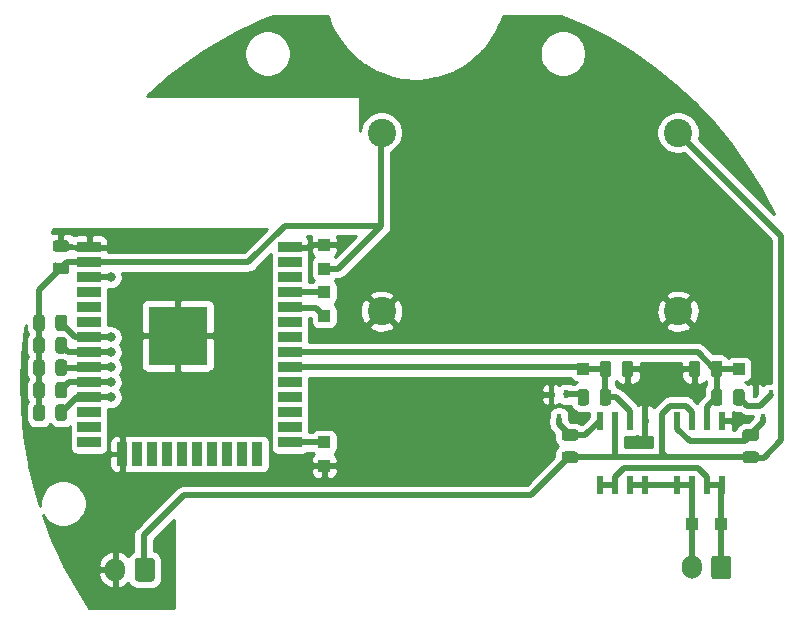
<source format=gtl>
G04 #@! TF.GenerationSoftware,KiCad,Pcbnew,(5.1.9-0-10_14)*
G04 #@! TF.CreationDate,2021-10-10T20:01:09+11:00*
G04 #@! TF.ProjectId,Control Board,436f6e74-726f-46c2-9042-6f6172642e6b,rev?*
G04 #@! TF.SameCoordinates,Original*
G04 #@! TF.FileFunction,Copper,L1,Top*
G04 #@! TF.FilePolarity,Positive*
%FSLAX46Y46*%
G04 Gerber Fmt 4.6, Leading zero omitted, Abs format (unit mm)*
G04 Created by KiCad (PCBNEW (5.1.9-0-10_14)) date 2021-10-10 20:01:09*
%MOMM*%
%LPD*%
G01*
G04 APERTURE LIST*
G04 #@! TA.AperFunction,SMDPad,CuDef*
%ADD10R,1.000000X1.000000*%
G04 #@! TD*
G04 #@! TA.AperFunction,SMDPad,CuDef*
%ADD11R,2.000000X0.900000*%
G04 #@! TD*
G04 #@! TA.AperFunction,SMDPad,CuDef*
%ADD12R,0.900000X2.000000*%
G04 #@! TD*
G04 #@! TA.AperFunction,SMDPad,CuDef*
%ADD13R,5.000000X5.000000*%
G04 #@! TD*
G04 #@! TA.AperFunction,ComponentPad*
%ADD14O,1.700000X2.000000*%
G04 #@! TD*
G04 #@! TA.AperFunction,ComponentPad*
%ADD15C,2.400000*%
G04 #@! TD*
G04 #@! TA.AperFunction,SMDPad,CuDef*
%ADD16R,0.450000X0.700000*%
G04 #@! TD*
G04 #@! TA.AperFunction,SMDPad,CuDef*
%ADD17R,0.600000X1.550000*%
G04 #@! TD*
G04 #@! TA.AperFunction,ViaPad*
%ADD18C,0.800000*%
G04 #@! TD*
G04 #@! TA.AperFunction,Conductor*
%ADD19C,0.500000*%
G04 #@! TD*
G04 #@! TA.AperFunction,Conductor*
%ADD20C,0.250000*%
G04 #@! TD*
G04 #@! TA.AperFunction,Conductor*
%ADD21C,0.100000*%
G04 #@! TD*
G04 APERTURE END LIST*
D10*
X101300000Y-137300000D03*
X101300000Y-118600000D03*
X101300000Y-135300000D03*
X101300000Y-122600000D03*
X101300000Y-124600000D03*
X101300000Y-120600000D03*
X136400000Y-129100000D03*
X132400000Y-142200000D03*
X134900000Y-142200000D03*
X123225000Y-129100000D03*
D11*
X98400000Y-118790000D03*
X98400000Y-120060000D03*
X98400000Y-121330000D03*
X98400000Y-122600000D03*
X98400000Y-123870000D03*
X98400000Y-125140000D03*
X98400000Y-126410000D03*
X98400000Y-127680000D03*
X98400000Y-128950000D03*
X98400000Y-130220000D03*
X98400000Y-131490000D03*
X98400000Y-132760000D03*
X98400000Y-134030000D03*
X98400000Y-135300000D03*
D12*
X95615000Y-136300000D03*
X94345000Y-136300000D03*
X93075000Y-136300000D03*
X91805000Y-136300000D03*
X90535000Y-136300000D03*
X89265000Y-136300000D03*
X87995000Y-136300000D03*
X86725000Y-136300000D03*
X85455000Y-136300000D03*
X84185000Y-136300000D03*
D11*
X81400000Y-135300000D03*
X81400000Y-134030000D03*
X81400000Y-132760000D03*
X81400000Y-131490000D03*
X81400000Y-130220000D03*
X81400000Y-128950000D03*
X81400000Y-127680000D03*
X81400000Y-126410000D03*
X81400000Y-125140000D03*
X81400000Y-123870000D03*
X81400000Y-122600000D03*
X81400000Y-121330000D03*
X81400000Y-120060000D03*
X81400000Y-118790000D03*
D13*
X88900000Y-126290000D03*
G04 #@! TA.AperFunction,ComponentPad*
G36*
G01*
X86950000Y-145350000D02*
X86950000Y-146850000D01*
G75*
G02*
X86700000Y-147100000I-250000J0D01*
G01*
X85500000Y-147100000D01*
G75*
G02*
X85250000Y-146850000I0J250000D01*
G01*
X85250000Y-145350000D01*
G75*
G02*
X85500000Y-145100000I250000J0D01*
G01*
X86700000Y-145100000D01*
G75*
G02*
X86950000Y-145350000I0J-250000D01*
G01*
G37*
G04 #@! TD.AperFunction*
D14*
X83600000Y-146100000D03*
G04 #@! TA.AperFunction,SMDPad,CuDef*
G36*
G01*
X78537500Y-125656250D02*
X78537500Y-124743750D01*
G75*
G02*
X78781250Y-124500000I243750J0D01*
G01*
X79268750Y-124500000D01*
G75*
G02*
X79512500Y-124743750I0J-243750D01*
G01*
X79512500Y-125656250D01*
G75*
G02*
X79268750Y-125900000I-243750J0D01*
G01*
X78781250Y-125900000D01*
G75*
G02*
X78537500Y-125656250I0J243750D01*
G01*
G37*
G04 #@! TD.AperFunction*
G04 #@! TA.AperFunction,SMDPad,CuDef*
G36*
G01*
X76662500Y-125656250D02*
X76662500Y-124743750D01*
G75*
G02*
X76906250Y-124500000I243750J0D01*
G01*
X77393750Y-124500000D01*
G75*
G02*
X77637500Y-124743750I0J-243750D01*
G01*
X77637500Y-125656250D01*
G75*
G02*
X77393750Y-125900000I-243750J0D01*
G01*
X76906250Y-125900000D01*
G75*
G02*
X76662500Y-125656250I0J243750D01*
G01*
G37*
G04 #@! TD.AperFunction*
D15*
X106150000Y-109100000D03*
X106150000Y-124210000D03*
X131250000Y-109100000D03*
X131250000Y-124210000D03*
G04 #@! TA.AperFunction,SMDPad,CuDef*
G36*
G01*
X135912500Y-131956250D02*
X135912500Y-131043750D01*
G75*
G02*
X136156250Y-130800000I243750J0D01*
G01*
X136643750Y-130800000D01*
G75*
G02*
X136887500Y-131043750I0J-243750D01*
G01*
X136887500Y-131956250D01*
G75*
G02*
X136643750Y-132200000I-243750J0D01*
G01*
X136156250Y-132200000D01*
G75*
G02*
X135912500Y-131956250I0J243750D01*
G01*
G37*
G04 #@! TD.AperFunction*
G04 #@! TA.AperFunction,SMDPad,CuDef*
G36*
G01*
X134037500Y-131956250D02*
X134037500Y-131043750D01*
G75*
G02*
X134281250Y-130800000I243750J0D01*
G01*
X134768750Y-130800000D01*
G75*
G02*
X135012500Y-131043750I0J-243750D01*
G01*
X135012500Y-131956250D01*
G75*
G02*
X134768750Y-132200000I-243750J0D01*
G01*
X134281250Y-132200000D01*
G75*
G02*
X134037500Y-131956250I0J243750D01*
G01*
G37*
G04 #@! TD.AperFunction*
G04 #@! TA.AperFunction,SMDPad,CuDef*
G36*
G01*
X133137500Y-128643750D02*
X133137500Y-129556250D01*
G75*
G02*
X132893750Y-129800000I-243750J0D01*
G01*
X132406250Y-129800000D01*
G75*
G02*
X132162500Y-129556250I0J243750D01*
G01*
X132162500Y-128643750D01*
G75*
G02*
X132406250Y-128400000I243750J0D01*
G01*
X132893750Y-128400000D01*
G75*
G02*
X133137500Y-128643750I0J-243750D01*
G01*
G37*
G04 #@! TD.AperFunction*
G04 #@! TA.AperFunction,SMDPad,CuDef*
G36*
G01*
X135012500Y-128643750D02*
X135012500Y-129556250D01*
G75*
G02*
X134768750Y-129800000I-243750J0D01*
G01*
X134281250Y-129800000D01*
G75*
G02*
X134037500Y-129556250I0J243750D01*
G01*
X134037500Y-128643750D01*
G75*
G02*
X134281250Y-128400000I243750J0D01*
G01*
X134768750Y-128400000D01*
G75*
G02*
X135012500Y-128643750I0J-243750D01*
G01*
G37*
G04 #@! TD.AperFunction*
G04 #@! TA.AperFunction,SMDPad,CuDef*
G36*
G01*
X137856250Y-135187500D02*
X136943750Y-135187500D01*
G75*
G02*
X136700000Y-134943750I0J243750D01*
G01*
X136700000Y-134456250D01*
G75*
G02*
X136943750Y-134212500I243750J0D01*
G01*
X137856250Y-134212500D01*
G75*
G02*
X138100000Y-134456250I0J-243750D01*
G01*
X138100000Y-134943750D01*
G75*
G02*
X137856250Y-135187500I-243750J0D01*
G01*
G37*
G04 #@! TD.AperFunction*
G04 #@! TA.AperFunction,SMDPad,CuDef*
G36*
G01*
X137856250Y-137062500D02*
X136943750Y-137062500D01*
G75*
G02*
X136700000Y-136818750I0J243750D01*
G01*
X136700000Y-136331250D01*
G75*
G02*
X136943750Y-136087500I243750J0D01*
G01*
X137856250Y-136087500D01*
G75*
G02*
X138100000Y-136331250I0J-243750D01*
G01*
X138100000Y-136818750D01*
G75*
G02*
X137856250Y-137062500I-243750J0D01*
G01*
G37*
G04 #@! TD.AperFunction*
G04 #@! TA.AperFunction,SMDPad,CuDef*
G36*
G01*
X122556250Y-135187500D02*
X121643750Y-135187500D01*
G75*
G02*
X121400000Y-134943750I0J243750D01*
G01*
X121400000Y-134456250D01*
G75*
G02*
X121643750Y-134212500I243750J0D01*
G01*
X122556250Y-134212500D01*
G75*
G02*
X122800000Y-134456250I0J-243750D01*
G01*
X122800000Y-134943750D01*
G75*
G02*
X122556250Y-135187500I-243750J0D01*
G01*
G37*
G04 #@! TD.AperFunction*
G04 #@! TA.AperFunction,SMDPad,CuDef*
G36*
G01*
X122556250Y-137062500D02*
X121643750Y-137062500D01*
G75*
G02*
X121400000Y-136818750I0J243750D01*
G01*
X121400000Y-136331250D01*
G75*
G02*
X121643750Y-136087500I243750J0D01*
G01*
X122556250Y-136087500D01*
G75*
G02*
X122800000Y-136331250I0J-243750D01*
G01*
X122800000Y-136818750D01*
G75*
G02*
X122556250Y-137062500I-243750J0D01*
G01*
G37*
G04 #@! TD.AperFunction*
G04 #@! TA.AperFunction,SMDPad,CuDef*
G36*
G01*
X126487500Y-129556250D02*
X126487500Y-128643750D01*
G75*
G02*
X126731250Y-128400000I243750J0D01*
G01*
X127218750Y-128400000D01*
G75*
G02*
X127462500Y-128643750I0J-243750D01*
G01*
X127462500Y-129556250D01*
G75*
G02*
X127218750Y-129800000I-243750J0D01*
G01*
X126731250Y-129800000D01*
G75*
G02*
X126487500Y-129556250I0J243750D01*
G01*
G37*
G04 #@! TD.AperFunction*
G04 #@! TA.AperFunction,SMDPad,CuDef*
G36*
G01*
X124612500Y-129556250D02*
X124612500Y-128643750D01*
G75*
G02*
X124856250Y-128400000I243750J0D01*
G01*
X125343750Y-128400000D01*
G75*
G02*
X125587500Y-128643750I0J-243750D01*
G01*
X125587500Y-129556250D01*
G75*
G02*
X125343750Y-129800000I-243750J0D01*
G01*
X124856250Y-129800000D01*
G75*
G02*
X124612500Y-129556250I0J243750D01*
G01*
G37*
G04 #@! TD.AperFunction*
G04 #@! TA.AperFunction,SMDPad,CuDef*
G36*
G01*
X124612500Y-131956250D02*
X124612500Y-131043750D01*
G75*
G02*
X124856250Y-130800000I243750J0D01*
G01*
X125343750Y-130800000D01*
G75*
G02*
X125587500Y-131043750I0J-243750D01*
G01*
X125587500Y-131956250D01*
G75*
G02*
X125343750Y-132200000I-243750J0D01*
G01*
X124856250Y-132200000D01*
G75*
G02*
X124612500Y-131956250I0J243750D01*
G01*
G37*
G04 #@! TD.AperFunction*
G04 #@! TA.AperFunction,SMDPad,CuDef*
G36*
G01*
X122737500Y-131956250D02*
X122737500Y-131043750D01*
G75*
G02*
X122981250Y-130800000I243750J0D01*
G01*
X123468750Y-130800000D01*
G75*
G02*
X123712500Y-131043750I0J-243750D01*
G01*
X123712500Y-131956250D01*
G75*
G02*
X123468750Y-132200000I-243750J0D01*
G01*
X122981250Y-132200000D01*
G75*
G02*
X122737500Y-131956250I0J243750D01*
G01*
G37*
G04 #@! TD.AperFunction*
G04 #@! TA.AperFunction,SMDPad,CuDef*
G36*
G01*
X78537500Y-129456250D02*
X78537500Y-128543750D01*
G75*
G02*
X78781250Y-128300000I243750J0D01*
G01*
X79268750Y-128300000D01*
G75*
G02*
X79512500Y-128543750I0J-243750D01*
G01*
X79512500Y-129456250D01*
G75*
G02*
X79268750Y-129700000I-243750J0D01*
G01*
X78781250Y-129700000D01*
G75*
G02*
X78537500Y-129456250I0J243750D01*
G01*
G37*
G04 #@! TD.AperFunction*
G04 #@! TA.AperFunction,SMDPad,CuDef*
G36*
G01*
X76662500Y-129456250D02*
X76662500Y-128543750D01*
G75*
G02*
X76906250Y-128300000I243750J0D01*
G01*
X77393750Y-128300000D01*
G75*
G02*
X77637500Y-128543750I0J-243750D01*
G01*
X77637500Y-129456250D01*
G75*
G02*
X77393750Y-129700000I-243750J0D01*
G01*
X76906250Y-129700000D01*
G75*
G02*
X76662500Y-129456250I0J243750D01*
G01*
G37*
G04 #@! TD.AperFunction*
G04 #@! TA.AperFunction,SMDPad,CuDef*
G36*
G01*
X78537500Y-127556250D02*
X78537500Y-126643750D01*
G75*
G02*
X78781250Y-126400000I243750J0D01*
G01*
X79268750Y-126400000D01*
G75*
G02*
X79512500Y-126643750I0J-243750D01*
G01*
X79512500Y-127556250D01*
G75*
G02*
X79268750Y-127800000I-243750J0D01*
G01*
X78781250Y-127800000D01*
G75*
G02*
X78537500Y-127556250I0J243750D01*
G01*
G37*
G04 #@! TD.AperFunction*
G04 #@! TA.AperFunction,SMDPad,CuDef*
G36*
G01*
X76662500Y-127556250D02*
X76662500Y-126643750D01*
G75*
G02*
X76906250Y-126400000I243750J0D01*
G01*
X77393750Y-126400000D01*
G75*
G02*
X77637500Y-126643750I0J-243750D01*
G01*
X77637500Y-127556250D01*
G75*
G02*
X77393750Y-127800000I-243750J0D01*
G01*
X76906250Y-127800000D01*
G75*
G02*
X76662500Y-127556250I0J243750D01*
G01*
G37*
G04 #@! TD.AperFunction*
G04 #@! TA.AperFunction,SMDPad,CuDef*
G36*
G01*
X78537500Y-133256250D02*
X78537500Y-132343750D01*
G75*
G02*
X78781250Y-132100000I243750J0D01*
G01*
X79268750Y-132100000D01*
G75*
G02*
X79512500Y-132343750I0J-243750D01*
G01*
X79512500Y-133256250D01*
G75*
G02*
X79268750Y-133500000I-243750J0D01*
G01*
X78781250Y-133500000D01*
G75*
G02*
X78537500Y-133256250I0J243750D01*
G01*
G37*
G04 #@! TD.AperFunction*
G04 #@! TA.AperFunction,SMDPad,CuDef*
G36*
G01*
X76662500Y-133256250D02*
X76662500Y-132343750D01*
G75*
G02*
X76906250Y-132100000I243750J0D01*
G01*
X77393750Y-132100000D01*
G75*
G02*
X77637500Y-132343750I0J-243750D01*
G01*
X77637500Y-133256250D01*
G75*
G02*
X77393750Y-133500000I-243750J0D01*
G01*
X76906250Y-133500000D01*
G75*
G02*
X76662500Y-133256250I0J243750D01*
G01*
G37*
G04 #@! TD.AperFunction*
G04 #@! TA.AperFunction,SMDPad,CuDef*
G36*
G01*
X79456250Y-119187500D02*
X78543750Y-119187500D01*
G75*
G02*
X78300000Y-118943750I0J243750D01*
G01*
X78300000Y-118456250D01*
G75*
G02*
X78543750Y-118212500I243750J0D01*
G01*
X79456250Y-118212500D01*
G75*
G02*
X79700000Y-118456250I0J-243750D01*
G01*
X79700000Y-118943750D01*
G75*
G02*
X79456250Y-119187500I-243750J0D01*
G01*
G37*
G04 #@! TD.AperFunction*
G04 #@! TA.AperFunction,SMDPad,CuDef*
G36*
G01*
X79456250Y-121062500D02*
X78543750Y-121062500D01*
G75*
G02*
X78300000Y-120818750I0J243750D01*
G01*
X78300000Y-120331250D01*
G75*
G02*
X78543750Y-120087500I243750J0D01*
G01*
X79456250Y-120087500D01*
G75*
G02*
X79700000Y-120331250I0J-243750D01*
G01*
X79700000Y-120818750D01*
G75*
G02*
X79456250Y-121062500I-243750J0D01*
G01*
G37*
G04 #@! TD.AperFunction*
D16*
X138450000Y-133250000D03*
X137800000Y-131250000D03*
X139100000Y-131250000D03*
X121150000Y-133250000D03*
X120500000Y-131250000D03*
X121800000Y-131250000D03*
D17*
X134970000Y-133500000D03*
X133700000Y-133500000D03*
X132430000Y-133500000D03*
X131160000Y-133500000D03*
X131160000Y-138900000D03*
X132430000Y-138900000D03*
X133700000Y-138900000D03*
X134970000Y-138900000D03*
X128440000Y-138900000D03*
X127170000Y-138900000D03*
X125900000Y-138900000D03*
X124630000Y-138900000D03*
X124630000Y-133500000D03*
X125900000Y-133500000D03*
X127170000Y-133500000D03*
X128440000Y-133500000D03*
G04 #@! TA.AperFunction,ComponentPad*
G36*
G01*
X135750000Y-145150000D02*
X135750000Y-146650000D01*
G75*
G02*
X135500000Y-146900000I-250000J0D01*
G01*
X134300000Y-146900000D01*
G75*
G02*
X134050000Y-146650000I0J250000D01*
G01*
X134050000Y-145150000D01*
G75*
G02*
X134300000Y-144900000I250000J0D01*
G01*
X135500000Y-144900000D01*
G75*
G02*
X135750000Y-145150000I0J-250000D01*
G01*
G37*
G04 #@! TD.AperFunction*
D14*
X132400000Y-145900000D03*
G04 #@! TA.AperFunction,SMDPad,CuDef*
G36*
G01*
X76662500Y-131356250D02*
X76662500Y-130443750D01*
G75*
G02*
X76906250Y-130200000I243750J0D01*
G01*
X77393750Y-130200000D01*
G75*
G02*
X77637500Y-130443750I0J-243750D01*
G01*
X77637500Y-131356250D01*
G75*
G02*
X77393750Y-131600000I-243750J0D01*
G01*
X76906250Y-131600000D01*
G75*
G02*
X76662500Y-131356250I0J243750D01*
G01*
G37*
G04 #@! TD.AperFunction*
G04 #@! TA.AperFunction,SMDPad,CuDef*
G36*
G01*
X78537500Y-131356250D02*
X78537500Y-130443750D01*
G75*
G02*
X78781250Y-130200000I243750J0D01*
G01*
X79268750Y-130200000D01*
G75*
G02*
X79512500Y-130443750I0J-243750D01*
G01*
X79512500Y-131356250D01*
G75*
G02*
X79268750Y-131600000I-243750J0D01*
G01*
X78781250Y-131600000D01*
G75*
G02*
X78537500Y-131356250I0J243750D01*
G01*
G37*
G04 #@! TD.AperFunction*
D18*
X88300000Y-118200000D03*
X102900000Y-118400000D03*
X129900000Y-130000000D03*
X136400000Y-133400000D03*
X83200000Y-131490000D03*
X83200000Y-126410000D03*
X83200000Y-127680000D03*
X83200000Y-128950000D03*
X83200000Y-130220000D03*
X83200000Y-121330000D03*
D19*
X77150000Y-130900000D02*
X77150000Y-129003684D01*
X77150000Y-129003684D02*
X77157943Y-128995741D01*
X77157943Y-128995741D02*
X77157943Y-125200955D01*
X101300000Y-120600000D02*
X102500000Y-120600000D01*
X102500000Y-120600000D02*
X106100000Y-117000000D01*
X106100000Y-117000000D02*
X106100000Y-109100000D01*
X79540000Y-120060000D02*
X81400000Y-120060000D01*
X77150000Y-122450000D02*
X79540000Y-120060000D01*
X77150000Y-125200000D02*
X77150000Y-122450000D01*
X77150000Y-132800000D02*
X77150000Y-130950000D01*
X77150000Y-130950000D02*
X77100000Y-130900000D01*
X94869998Y-120060000D02*
X97929998Y-117000000D01*
X97929998Y-117000000D02*
X106100000Y-117000000D01*
X81400000Y-120060000D02*
X94869998Y-120060000D01*
X98400000Y-135300000D02*
X99900000Y-135300000D01*
X99900000Y-135300000D02*
X101300000Y-135300000D01*
X101300000Y-122600000D02*
X98400000Y-122600000D01*
X101300000Y-124600000D02*
X101272974Y-124600000D01*
X101272974Y-124600000D02*
X100572974Y-123900000D01*
X100572974Y-123900000D02*
X98400000Y-123900000D01*
X134525000Y-129100000D02*
X134525000Y-131475000D01*
X134525000Y-131475000D02*
X134500000Y-131500000D01*
X134525000Y-129100000D02*
X136400000Y-129100000D01*
X133700000Y-133500000D02*
X133700000Y-132300000D01*
X133700000Y-132300000D02*
X134500000Y-131500000D01*
X132911126Y-127680000D02*
X134331126Y-129100000D01*
X98400000Y-127680000D02*
X132911126Y-127680000D01*
X125100000Y-131500000D02*
X125100000Y-129100000D01*
X125100000Y-129100000D02*
X123200000Y-129100000D01*
X127170000Y-133500000D02*
X127170000Y-132670000D01*
X127170000Y-132670000D02*
X126000000Y-131500000D01*
X126000000Y-131500000D02*
X125100000Y-131500000D01*
X98400000Y-128950000D02*
X123050000Y-128950000D01*
X123050000Y-128950000D02*
X123200000Y-129100000D01*
X124630000Y-138900000D02*
X125900000Y-138900000D01*
X133700000Y-138900000D02*
X135000000Y-138900000D01*
X134900000Y-142400000D02*
X134900000Y-139000000D01*
X134900000Y-139000000D02*
X135000000Y-138900000D01*
X125900000Y-138284998D02*
X126684998Y-137500000D01*
X125900000Y-138900000D02*
X125900000Y-138284998D01*
X132915002Y-137500000D02*
X133700000Y-138284998D01*
X126684998Y-137500000D02*
X132915002Y-137500000D01*
X133700000Y-138284998D02*
X133700000Y-138900000D01*
X134900000Y-142400000D02*
X134900000Y-145900000D01*
X127170000Y-138900000D02*
X128500000Y-138900000D01*
X128500000Y-138900000D02*
X131200000Y-138900000D01*
X131200000Y-138900000D02*
X132400000Y-138900000D01*
X132430000Y-138900000D02*
X132430000Y-142370000D01*
X132430000Y-142370000D02*
X132400000Y-142400000D01*
X132400000Y-142400000D02*
X132400000Y-145900000D01*
X122100000Y-134700000D02*
X123400000Y-134700000D01*
X123400000Y-134700000D02*
X124600000Y-133500000D01*
X122100000Y-134700000D02*
X121155461Y-133755461D01*
X121155461Y-133755461D02*
X121155461Y-133344539D01*
X123100000Y-131500000D02*
X123200000Y-131500000D01*
X121800000Y-131250000D02*
X122850000Y-131250000D01*
X122850000Y-131250000D02*
X123100000Y-131500000D01*
X131160000Y-133500000D02*
X131160000Y-134115002D01*
X138450000Y-133250000D02*
X138450000Y-133550000D01*
X138450000Y-133550000D02*
X137400000Y-134600000D01*
X132230525Y-135185527D02*
X131200000Y-134155002D01*
X136914473Y-135185527D02*
X132230525Y-135185527D01*
X137400000Y-134700000D02*
X136914473Y-135185527D01*
X131200000Y-134155002D02*
X131200000Y-133500000D01*
X136400000Y-131500000D02*
X137100000Y-132200000D01*
X137100000Y-132200000D02*
X138200000Y-132200000D01*
X138200000Y-132200000D02*
X139100000Y-131300000D01*
X81400000Y-131490000D02*
X83200000Y-131490000D01*
X79025000Y-132800000D02*
X80325000Y-131500000D01*
X80325000Y-131500000D02*
X81400000Y-131500000D01*
X81400000Y-126410000D02*
X83200000Y-126410000D01*
X79025000Y-125200000D02*
X80225000Y-126400000D01*
X80225000Y-126400000D02*
X81400000Y-126400000D01*
X81400000Y-127680000D02*
X83200000Y-127680000D01*
X79025000Y-127100000D02*
X79625000Y-127700000D01*
X79625000Y-127700000D02*
X81400000Y-127700000D01*
X81400000Y-128950000D02*
X83200000Y-128950000D01*
X79025000Y-129000000D02*
X81500000Y-129000000D01*
X81500000Y-129000000D02*
X81400000Y-129000000D01*
X125900000Y-136500000D02*
X125975000Y-136575000D01*
X125900000Y-133500000D02*
X125900000Y-136500000D01*
X125975000Y-136575000D02*
X122125000Y-136575000D01*
X130275000Y-136575000D02*
X125975000Y-136575000D01*
X137400000Y-136575000D02*
X130275000Y-136575000D01*
X129900000Y-132874998D02*
X129900000Y-136200000D01*
X129900000Y-136200000D02*
X130275000Y-136575000D01*
X130574998Y-132200000D02*
X129900000Y-132874998D01*
X131900000Y-132200000D02*
X130574998Y-132200000D01*
X132430000Y-132730000D02*
X131900000Y-132200000D01*
X132430000Y-133500000D02*
X132430000Y-132730000D01*
X131250000Y-109100000D02*
X140000000Y-117850000D01*
X140000000Y-117850000D02*
X140000000Y-135120750D01*
X140000000Y-135120750D02*
X138520750Y-136600000D01*
X138520750Y-136600000D02*
X137400000Y-136600000D01*
X118800000Y-139800000D02*
X122100000Y-136500000D01*
X89400000Y-139800000D02*
X118800000Y-139800000D01*
X86000000Y-143200000D02*
X89400000Y-139800000D01*
X86000000Y-146100000D02*
X86000000Y-143200000D01*
X81400000Y-130220000D02*
X83200000Y-130220000D01*
X79025000Y-130900000D02*
X79725000Y-130200000D01*
X79725000Y-130200000D02*
X81400000Y-130200000D01*
X81400000Y-121330000D02*
X83200000Y-121330000D01*
D20*
X96802996Y-119425000D02*
X96784043Y-119487479D01*
X96771976Y-119610000D01*
X96771976Y-120510000D01*
X96784043Y-120632521D01*
X96802996Y-120695000D01*
X96784043Y-120757479D01*
X96771976Y-120880000D01*
X96771976Y-121780000D01*
X96784043Y-121902521D01*
X96802996Y-121965000D01*
X96784043Y-122027479D01*
X96771976Y-122150000D01*
X96771976Y-123050000D01*
X96784043Y-123172521D01*
X96802996Y-123235000D01*
X96784043Y-123297479D01*
X96771976Y-123420000D01*
X96771976Y-124320000D01*
X96784043Y-124442521D01*
X96802996Y-124505000D01*
X96784043Y-124567479D01*
X96771976Y-124690000D01*
X96771976Y-125590000D01*
X96784043Y-125712521D01*
X96802996Y-125775000D01*
X96784043Y-125837479D01*
X96771976Y-125960000D01*
X96771976Y-126860000D01*
X96784043Y-126982521D01*
X96802996Y-127045000D01*
X96784043Y-127107479D01*
X96771976Y-127230000D01*
X96771976Y-128130000D01*
X96784043Y-128252521D01*
X96802996Y-128315000D01*
X96784043Y-128377479D01*
X96771976Y-128500000D01*
X96771976Y-129400000D01*
X96784043Y-129522521D01*
X96802996Y-129585000D01*
X96784043Y-129647479D01*
X96771976Y-129770000D01*
X96771976Y-130670000D01*
X96784043Y-130792521D01*
X96802996Y-130855000D01*
X96784043Y-130917479D01*
X96771976Y-131040000D01*
X96771976Y-131940000D01*
X96784043Y-132062521D01*
X96802996Y-132125000D01*
X96784043Y-132187479D01*
X96771976Y-132310000D01*
X96771976Y-133210000D01*
X96784043Y-133332521D01*
X96802996Y-133395000D01*
X96784043Y-133457479D01*
X96771976Y-133580000D01*
X96771976Y-134480000D01*
X96784043Y-134602521D01*
X96802996Y-134665000D01*
X96784043Y-134727479D01*
X96771976Y-134850000D01*
X96771976Y-135750000D01*
X96784043Y-135872521D01*
X96819781Y-135990334D01*
X96877817Y-136098911D01*
X96955920Y-136194080D01*
X97051089Y-136272183D01*
X97159666Y-136330219D01*
X97277479Y-136365957D01*
X97400000Y-136378024D01*
X99400000Y-136378024D01*
X99522521Y-136365957D01*
X99640334Y-136330219D01*
X99748911Y-136272183D01*
X99844080Y-136194080D01*
X99859739Y-136175000D01*
X100299228Y-136175000D01*
X100355920Y-136244080D01*
X100424059Y-136300000D01*
X100355920Y-136355920D01*
X100277817Y-136451089D01*
X100219781Y-136559666D01*
X100184043Y-136677479D01*
X100171976Y-136800000D01*
X100175000Y-137018750D01*
X100331250Y-137175000D01*
X101175000Y-137175000D01*
X101175000Y-137155000D01*
X101425000Y-137155000D01*
X101425000Y-137175000D01*
X102268750Y-137175000D01*
X102425000Y-137018750D01*
X102428024Y-136800000D01*
X102415957Y-136677479D01*
X102380219Y-136559666D01*
X102322183Y-136451089D01*
X102244080Y-136355920D01*
X102175941Y-136300000D01*
X102244080Y-136244080D01*
X102322183Y-136148911D01*
X102380219Y-136040334D01*
X102415957Y-135922521D01*
X102428024Y-135800000D01*
X102428024Y-134800000D01*
X102415957Y-134677479D01*
X102380219Y-134559666D01*
X102322183Y-134451089D01*
X102244080Y-134355920D01*
X102148911Y-134277817D01*
X102040334Y-134219781D01*
X101922521Y-134184043D01*
X101800000Y-134171976D01*
X100800000Y-134171976D01*
X100677479Y-134184043D01*
X100559666Y-134219781D01*
X100451089Y-134277817D01*
X100355920Y-134355920D01*
X100299228Y-134425000D01*
X100028024Y-134425000D01*
X100028024Y-133580000D01*
X100015957Y-133457479D01*
X99997004Y-133395000D01*
X100015957Y-133332521D01*
X100028024Y-133210000D01*
X100028024Y-132310000D01*
X100015957Y-132187479D01*
X99997004Y-132125000D01*
X100015957Y-132062521D01*
X100028024Y-131940000D01*
X100028024Y-131585192D01*
X119647151Y-131585192D01*
X119656326Y-131707964D01*
X119689276Y-131826587D01*
X119744736Y-131936502D01*
X119820573Y-132033486D01*
X119913873Y-132113811D01*
X120021052Y-132174391D01*
X120137989Y-132212897D01*
X120243750Y-132225000D01*
X120400000Y-132068750D01*
X120400000Y-131375000D01*
X119806250Y-131375000D01*
X119650000Y-131531250D01*
X119647151Y-131585192D01*
X100028024Y-131585192D01*
X100028024Y-131040000D01*
X100015957Y-130917479D01*
X100015147Y-130914808D01*
X119647151Y-130914808D01*
X119650000Y-130968750D01*
X119806250Y-131125000D01*
X120400000Y-131125000D01*
X120400000Y-130431250D01*
X120243750Y-130275000D01*
X120137989Y-130287103D01*
X120021052Y-130325609D01*
X119913873Y-130386189D01*
X119820573Y-130466514D01*
X119744736Y-130563498D01*
X119689276Y-130673413D01*
X119656326Y-130792036D01*
X119647151Y-130914808D01*
X100015147Y-130914808D01*
X99997004Y-130855000D01*
X100015957Y-130792521D01*
X100028024Y-130670000D01*
X100028024Y-129825000D01*
X122140130Y-129825000D01*
X122144781Y-129840334D01*
X122202817Y-129948911D01*
X122280920Y-130044080D01*
X122376089Y-130122183D01*
X122484666Y-130180219D01*
X122602479Y-130215957D01*
X122692261Y-130224800D01*
X122647637Y-130238336D01*
X122496918Y-130318896D01*
X122428556Y-130375000D01*
X122368641Y-130375000D01*
X122265334Y-130319781D01*
X122147521Y-130284043D01*
X122025000Y-130271976D01*
X121575000Y-130271976D01*
X121452479Y-130284043D01*
X121334666Y-130319781D01*
X121226089Y-130377817D01*
X121149454Y-130440709D01*
X121086127Y-130386189D01*
X120978948Y-130325609D01*
X120862011Y-130287103D01*
X120756250Y-130275000D01*
X120600000Y-130431250D01*
X120600000Y-131125000D01*
X120645000Y-131125000D01*
X120645000Y-131375000D01*
X120600000Y-131375000D01*
X120600000Y-132068750D01*
X120756250Y-132225000D01*
X120862011Y-132212897D01*
X120978948Y-132174391D01*
X121086127Y-132113811D01*
X121149454Y-132059291D01*
X121226089Y-132122183D01*
X121334666Y-132180219D01*
X121452479Y-132215957D01*
X121575000Y-132228024D01*
X122025000Y-132228024D01*
X122147521Y-132215957D01*
X122152920Y-132214319D01*
X122175836Y-132289863D01*
X122256396Y-132440582D01*
X122364813Y-132572687D01*
X122496918Y-132681104D01*
X122647637Y-132761664D01*
X122811175Y-132811273D01*
X122981250Y-132828024D01*
X123468750Y-132828024D01*
X123638825Y-132811273D01*
X123701976Y-132792116D01*
X123701976Y-133160588D01*
X123090336Y-133772228D01*
X123040582Y-133731396D01*
X122889863Y-133650836D01*
X122726325Y-133601227D01*
X122556250Y-133584476D01*
X122221912Y-133584476D01*
X122030461Y-133393025D01*
X122030461Y-133301561D01*
X122017800Y-133173009D01*
X122003024Y-133124300D01*
X122003024Y-132900000D01*
X121990957Y-132777479D01*
X121955219Y-132659666D01*
X121897183Y-132551089D01*
X121819080Y-132455920D01*
X121723911Y-132377817D01*
X121615334Y-132319781D01*
X121497521Y-132284043D01*
X121375000Y-132271976D01*
X120925000Y-132271976D01*
X120802479Y-132284043D01*
X120684666Y-132319781D01*
X120576089Y-132377817D01*
X120480920Y-132455920D01*
X120402817Y-132551089D01*
X120344781Y-132659666D01*
X120309043Y-132777479D01*
X120296976Y-132900000D01*
X120296976Y-133160304D01*
X120293122Y-133173009D01*
X120280461Y-133301560D01*
X120280461Y-133712482D01*
X120276228Y-133755461D01*
X120290997Y-133905410D01*
X120293122Y-133926990D01*
X120343156Y-134091928D01*
X120424405Y-134243936D01*
X120533749Y-134377173D01*
X120567141Y-134404577D01*
X120771976Y-134609412D01*
X120771976Y-134943750D01*
X120788727Y-135113825D01*
X120838336Y-135277363D01*
X120918896Y-135428082D01*
X121027313Y-135560187D01*
X121121518Y-135637500D01*
X121027313Y-135714813D01*
X120918896Y-135846918D01*
X120838336Y-135997637D01*
X120788727Y-136161175D01*
X120771976Y-136331250D01*
X120771976Y-136590587D01*
X118437564Y-138925000D01*
X89442978Y-138925000D01*
X89399999Y-138920767D01*
X89228469Y-138937661D01*
X89091875Y-138979097D01*
X89063532Y-138987695D01*
X88911524Y-139068944D01*
X88778288Y-139178288D01*
X88750890Y-139211673D01*
X85411676Y-142550888D01*
X85378289Y-142578288D01*
X85268945Y-142711524D01*
X85225516Y-142792774D01*
X85187695Y-142863533D01*
X85137661Y-143028471D01*
X85120767Y-143200000D01*
X85125001Y-143242989D01*
X85125001Y-144559655D01*
X85012196Y-144619950D01*
X84879143Y-144729143D01*
X84769950Y-144862196D01*
X84708597Y-144976980D01*
X84700873Y-144966409D01*
X84487831Y-144770539D01*
X84240670Y-144619995D01*
X83968889Y-144520562D01*
X83953372Y-144517955D01*
X83725000Y-144637188D01*
X83725000Y-145975000D01*
X83745000Y-145975000D01*
X83745000Y-146225000D01*
X83725000Y-146225000D01*
X83725000Y-147562812D01*
X83953372Y-147682045D01*
X83968889Y-147679438D01*
X84240670Y-147580005D01*
X84487831Y-147429461D01*
X84700873Y-147233591D01*
X84708597Y-147223020D01*
X84769950Y-147337804D01*
X84879143Y-147470857D01*
X85012196Y-147580050D01*
X85163995Y-147661188D01*
X85328706Y-147711153D01*
X85500000Y-147728024D01*
X86700000Y-147728024D01*
X86871294Y-147711153D01*
X87036005Y-147661188D01*
X87187804Y-147580050D01*
X87320857Y-147470857D01*
X87430050Y-147337804D01*
X87511188Y-147186005D01*
X87561153Y-147021294D01*
X87578024Y-146850000D01*
X87578024Y-145350000D01*
X87561153Y-145178706D01*
X87511188Y-145013995D01*
X87430050Y-144862196D01*
X87320857Y-144729143D01*
X87187804Y-144619950D01*
X87036005Y-144538812D01*
X86875000Y-144489971D01*
X86875000Y-143562436D01*
X88558540Y-141878896D01*
X88546613Y-142000000D01*
X88550000Y-142034390D01*
X88550001Y-149300248D01*
X81386441Y-149302783D01*
X80345080Y-147678577D01*
X79674026Y-146456214D01*
X82138204Y-146456214D01*
X82206522Y-146737434D01*
X82328391Y-146999922D01*
X82499127Y-147233591D01*
X82712169Y-147429461D01*
X82959330Y-147580005D01*
X83231111Y-147679438D01*
X83246628Y-147682045D01*
X83475000Y-147562812D01*
X83475000Y-146225000D01*
X82280192Y-146225000D01*
X82138204Y-146456214D01*
X79674026Y-146456214D01*
X79282916Y-145743786D01*
X82138204Y-145743786D01*
X82280192Y-145975000D01*
X83475000Y-145975000D01*
X83475000Y-144637188D01*
X83246628Y-144517955D01*
X83231111Y-144520562D01*
X82959330Y-144619995D01*
X82712169Y-144770539D01*
X82499127Y-144966409D01*
X82328391Y-145200078D01*
X82206522Y-145462566D01*
X82138204Y-145743786D01*
X79282916Y-145743786D01*
X79243818Y-145672567D01*
X78281539Y-143596290D01*
X77462716Y-141459390D01*
X77460153Y-141451040D01*
X77665917Y-141758989D01*
X77941011Y-142034083D01*
X78264487Y-142250222D01*
X78623914Y-142399102D01*
X79005479Y-142475000D01*
X79394521Y-142475000D01*
X79776086Y-142399102D01*
X80135513Y-142250222D01*
X80458989Y-142034083D01*
X80734083Y-141758989D01*
X80950222Y-141435513D01*
X81099102Y-141076086D01*
X81175000Y-140694521D01*
X81175000Y-140305479D01*
X81099102Y-139923914D01*
X80950222Y-139564487D01*
X80734083Y-139241011D01*
X80458989Y-138965917D01*
X80135513Y-138749778D01*
X79776086Y-138600898D01*
X79394521Y-138525000D01*
X79005479Y-138525000D01*
X78623914Y-138600898D01*
X78264487Y-138749778D01*
X77941011Y-138965917D01*
X77665917Y-139241011D01*
X77449778Y-139564487D01*
X77300898Y-139923914D01*
X77225000Y-140305479D01*
X77225000Y-140685046D01*
X76791127Y-139271735D01*
X76329897Y-137300000D01*
X83106976Y-137300000D01*
X83119043Y-137422521D01*
X83154781Y-137540334D01*
X83212817Y-137648911D01*
X83290920Y-137744080D01*
X83386089Y-137822183D01*
X83494666Y-137880219D01*
X83612479Y-137915957D01*
X83735000Y-137928024D01*
X83903750Y-137925000D01*
X84060000Y-137768750D01*
X84060000Y-136425000D01*
X83266250Y-136425000D01*
X83110000Y-136581250D01*
X83106976Y-137300000D01*
X76329897Y-137300000D01*
X76269889Y-137043471D01*
X75901412Y-134784910D01*
X75687406Y-132506531D01*
X75628861Y-130218847D01*
X75726047Y-127932510D01*
X75978516Y-125658050D01*
X76034476Y-125348095D01*
X76034476Y-125656250D01*
X76051227Y-125826325D01*
X76100836Y-125989863D01*
X76181396Y-126140582D01*
X76189125Y-126150000D01*
X76181396Y-126159418D01*
X76100836Y-126310137D01*
X76051227Y-126473675D01*
X76034476Y-126643750D01*
X76034476Y-127556250D01*
X76051227Y-127726325D01*
X76100836Y-127889863D01*
X76181396Y-128040582D01*
X76189125Y-128050000D01*
X76181396Y-128059418D01*
X76100836Y-128210137D01*
X76051227Y-128373675D01*
X76034476Y-128543750D01*
X76034476Y-129456250D01*
X76051227Y-129626325D01*
X76100836Y-129789863D01*
X76181396Y-129940582D01*
X76189125Y-129950000D01*
X76181396Y-129959418D01*
X76100836Y-130110137D01*
X76051227Y-130273675D01*
X76034476Y-130443750D01*
X76034476Y-131356250D01*
X76051227Y-131526325D01*
X76100836Y-131689863D01*
X76181396Y-131840582D01*
X76189125Y-131850000D01*
X76181396Y-131859418D01*
X76100836Y-132010137D01*
X76051227Y-132173675D01*
X76034476Y-132343750D01*
X76034476Y-133256250D01*
X76051227Y-133426325D01*
X76100836Y-133589863D01*
X76181396Y-133740582D01*
X76289813Y-133872687D01*
X76421918Y-133981104D01*
X76572637Y-134061664D01*
X76736175Y-134111273D01*
X76906250Y-134128024D01*
X77393750Y-134128024D01*
X77563825Y-134111273D01*
X77727363Y-134061664D01*
X77878082Y-133981104D01*
X78010187Y-133872687D01*
X78087500Y-133778482D01*
X78164813Y-133872687D01*
X78296918Y-133981104D01*
X78447637Y-134061664D01*
X78611175Y-134111273D01*
X78781250Y-134128024D01*
X79268750Y-134128024D01*
X79438825Y-134111273D01*
X79602363Y-134061664D01*
X79753082Y-133981104D01*
X79771976Y-133965598D01*
X79771976Y-134480000D01*
X79784043Y-134602521D01*
X79802996Y-134665000D01*
X79784043Y-134727479D01*
X79771976Y-134850000D01*
X79771976Y-135750000D01*
X79784043Y-135872521D01*
X79819781Y-135990334D01*
X79877817Y-136098911D01*
X79955920Y-136194080D01*
X80051089Y-136272183D01*
X80159666Y-136330219D01*
X80277479Y-136365957D01*
X80400000Y-136378024D01*
X82400000Y-136378024D01*
X82522521Y-136365957D01*
X82640334Y-136330219D01*
X82748911Y-136272183D01*
X82844080Y-136194080D01*
X82922183Y-136098911D01*
X82980219Y-135990334D01*
X83015957Y-135872521D01*
X83028024Y-135750000D01*
X83028024Y-135300000D01*
X83106976Y-135300000D01*
X83110000Y-136018750D01*
X83266250Y-136175000D01*
X84060000Y-136175000D01*
X84060000Y-134831250D01*
X84310000Y-134831250D01*
X84310000Y-136175000D01*
X84330000Y-136175000D01*
X84330000Y-136425000D01*
X84310000Y-136425000D01*
X84310000Y-137768750D01*
X84466250Y-137925000D01*
X84635000Y-137928024D01*
X84757521Y-137915957D01*
X84820000Y-137897004D01*
X84882479Y-137915957D01*
X85005000Y-137928024D01*
X85905000Y-137928024D01*
X86027521Y-137915957D01*
X86090000Y-137897004D01*
X86152479Y-137915957D01*
X86275000Y-137928024D01*
X87175000Y-137928024D01*
X87297521Y-137915957D01*
X87360000Y-137897004D01*
X87422479Y-137915957D01*
X87545000Y-137928024D01*
X88445000Y-137928024D01*
X88567521Y-137915957D01*
X88630000Y-137897004D01*
X88692479Y-137915957D01*
X88815000Y-137928024D01*
X89715000Y-137928024D01*
X89837521Y-137915957D01*
X89900000Y-137897004D01*
X89962479Y-137915957D01*
X90085000Y-137928024D01*
X90985000Y-137928024D01*
X91107521Y-137915957D01*
X91170000Y-137897004D01*
X91232479Y-137915957D01*
X91355000Y-137928024D01*
X92255000Y-137928024D01*
X92377521Y-137915957D01*
X92440000Y-137897004D01*
X92502479Y-137915957D01*
X92625000Y-137928024D01*
X93525000Y-137928024D01*
X93647521Y-137915957D01*
X93710000Y-137897004D01*
X93772479Y-137915957D01*
X93895000Y-137928024D01*
X94795000Y-137928024D01*
X94917521Y-137915957D01*
X94980000Y-137897004D01*
X95042479Y-137915957D01*
X95165000Y-137928024D01*
X96065000Y-137928024D01*
X96187521Y-137915957D01*
X96305334Y-137880219D01*
X96413911Y-137822183D01*
X96440941Y-137800000D01*
X100171976Y-137800000D01*
X100184043Y-137922521D01*
X100219781Y-138040334D01*
X100277817Y-138148911D01*
X100355920Y-138244080D01*
X100451089Y-138322183D01*
X100559666Y-138380219D01*
X100677479Y-138415957D01*
X100800000Y-138428024D01*
X101018750Y-138425000D01*
X101175000Y-138268750D01*
X101175000Y-137425000D01*
X101425000Y-137425000D01*
X101425000Y-138268750D01*
X101581250Y-138425000D01*
X101800000Y-138428024D01*
X101922521Y-138415957D01*
X102040334Y-138380219D01*
X102148911Y-138322183D01*
X102244080Y-138244080D01*
X102322183Y-138148911D01*
X102380219Y-138040334D01*
X102415957Y-137922521D01*
X102428024Y-137800000D01*
X102425000Y-137581250D01*
X102268750Y-137425000D01*
X101425000Y-137425000D01*
X101175000Y-137425000D01*
X100331250Y-137425000D01*
X100175000Y-137581250D01*
X100171976Y-137800000D01*
X96440941Y-137800000D01*
X96509080Y-137744080D01*
X96587183Y-137648911D01*
X96645219Y-137540334D01*
X96680957Y-137422521D01*
X96693024Y-137300000D01*
X96693024Y-135300000D01*
X96680957Y-135177479D01*
X96645219Y-135059666D01*
X96587183Y-134951089D01*
X96509080Y-134855920D01*
X96413911Y-134777817D01*
X96305334Y-134719781D01*
X96187521Y-134684043D01*
X96065000Y-134671976D01*
X95165000Y-134671976D01*
X95042479Y-134684043D01*
X94980000Y-134702996D01*
X94917521Y-134684043D01*
X94795000Y-134671976D01*
X93895000Y-134671976D01*
X93772479Y-134684043D01*
X93710000Y-134702996D01*
X93647521Y-134684043D01*
X93525000Y-134671976D01*
X92625000Y-134671976D01*
X92502479Y-134684043D01*
X92440000Y-134702996D01*
X92377521Y-134684043D01*
X92255000Y-134671976D01*
X91355000Y-134671976D01*
X91232479Y-134684043D01*
X91170000Y-134702996D01*
X91107521Y-134684043D01*
X90985000Y-134671976D01*
X90085000Y-134671976D01*
X89962479Y-134684043D01*
X89900000Y-134702996D01*
X89837521Y-134684043D01*
X89715000Y-134671976D01*
X88815000Y-134671976D01*
X88692479Y-134684043D01*
X88630000Y-134702996D01*
X88567521Y-134684043D01*
X88445000Y-134671976D01*
X87545000Y-134671976D01*
X87422479Y-134684043D01*
X87360000Y-134702996D01*
X87297521Y-134684043D01*
X87175000Y-134671976D01*
X86275000Y-134671976D01*
X86152479Y-134684043D01*
X86090000Y-134702996D01*
X86027521Y-134684043D01*
X85905000Y-134671976D01*
X85005000Y-134671976D01*
X84882479Y-134684043D01*
X84820000Y-134702996D01*
X84757521Y-134684043D01*
X84635000Y-134671976D01*
X84466250Y-134675000D01*
X84310000Y-134831250D01*
X84060000Y-134831250D01*
X83903750Y-134675000D01*
X83735000Y-134671976D01*
X83612479Y-134684043D01*
X83494666Y-134719781D01*
X83386089Y-134777817D01*
X83290920Y-134855920D01*
X83212817Y-134951089D01*
X83154781Y-135059666D01*
X83119043Y-135177479D01*
X83106976Y-135300000D01*
X83028024Y-135300000D01*
X83028024Y-134850000D01*
X83015957Y-134727479D01*
X82997004Y-134665000D01*
X83015957Y-134602521D01*
X83028024Y-134480000D01*
X83028024Y-133580000D01*
X83015957Y-133457479D01*
X82997004Y-133395000D01*
X83015957Y-133332521D01*
X83028024Y-133210000D01*
X83028024Y-132500873D01*
X83099046Y-132515000D01*
X83300954Y-132515000D01*
X83498982Y-132475610D01*
X83685520Y-132398344D01*
X83853400Y-132286170D01*
X83996170Y-132143400D01*
X84108344Y-131975520D01*
X84185610Y-131788982D01*
X84225000Y-131590954D01*
X84225000Y-131389046D01*
X84185610Y-131191018D01*
X84108344Y-131004480D01*
X84008465Y-130855000D01*
X84108344Y-130705520D01*
X84185610Y-130518982D01*
X84225000Y-130320954D01*
X84225000Y-130119046D01*
X84185610Y-129921018D01*
X84108344Y-129734480D01*
X84008465Y-129585000D01*
X84108344Y-129435520D01*
X84185610Y-129248982D01*
X84225000Y-129050954D01*
X84225000Y-128849046D01*
X84213256Y-128790000D01*
X85771976Y-128790000D01*
X85784043Y-128912521D01*
X85819781Y-129030334D01*
X85877817Y-129138911D01*
X85955920Y-129234080D01*
X86051089Y-129312183D01*
X86159666Y-129370219D01*
X86277479Y-129405957D01*
X86400000Y-129418024D01*
X88618750Y-129415000D01*
X88775000Y-129258750D01*
X88775000Y-126415000D01*
X89025000Y-126415000D01*
X89025000Y-129258750D01*
X89181250Y-129415000D01*
X91400000Y-129418024D01*
X91522521Y-129405957D01*
X91640334Y-129370219D01*
X91748911Y-129312183D01*
X91844080Y-129234080D01*
X91922183Y-129138911D01*
X91980219Y-129030334D01*
X92015957Y-128912521D01*
X92028024Y-128790000D01*
X92025000Y-126571250D01*
X91868750Y-126415000D01*
X89025000Y-126415000D01*
X88775000Y-126415000D01*
X85931250Y-126415000D01*
X85775000Y-126571250D01*
X85771976Y-128790000D01*
X84213256Y-128790000D01*
X84185610Y-128651018D01*
X84108344Y-128464480D01*
X84008465Y-128315000D01*
X84108344Y-128165520D01*
X84185610Y-127978982D01*
X84225000Y-127780954D01*
X84225000Y-127579046D01*
X84185610Y-127381018D01*
X84108344Y-127194480D01*
X84008465Y-127045000D01*
X84108344Y-126895520D01*
X84185610Y-126708982D01*
X84225000Y-126510954D01*
X84225000Y-126309046D01*
X84185610Y-126111018D01*
X84108344Y-125924480D01*
X83996170Y-125756600D01*
X83853400Y-125613830D01*
X83685520Y-125501656D01*
X83498982Y-125424390D01*
X83300954Y-125385000D01*
X83099046Y-125385000D01*
X83028024Y-125399127D01*
X83028024Y-124690000D01*
X83015957Y-124567479D01*
X82997004Y-124505000D01*
X83015957Y-124442521D01*
X83028024Y-124320000D01*
X83028024Y-123790000D01*
X85771976Y-123790000D01*
X85775000Y-126008750D01*
X85931250Y-126165000D01*
X88775000Y-126165000D01*
X88775000Y-123321250D01*
X89025000Y-123321250D01*
X89025000Y-126165000D01*
X91868750Y-126165000D01*
X92025000Y-126008750D01*
X92028024Y-123790000D01*
X92015957Y-123667479D01*
X91980219Y-123549666D01*
X91922183Y-123441089D01*
X91844080Y-123345920D01*
X91748911Y-123267817D01*
X91640334Y-123209781D01*
X91522521Y-123174043D01*
X91400000Y-123161976D01*
X89181250Y-123165000D01*
X89025000Y-123321250D01*
X88775000Y-123321250D01*
X88618750Y-123165000D01*
X86400000Y-123161976D01*
X86277479Y-123174043D01*
X86159666Y-123209781D01*
X86051089Y-123267817D01*
X85955920Y-123345920D01*
X85877817Y-123441089D01*
X85819781Y-123549666D01*
X85784043Y-123667479D01*
X85771976Y-123790000D01*
X83028024Y-123790000D01*
X83028024Y-123420000D01*
X83015957Y-123297479D01*
X82997004Y-123235000D01*
X83015957Y-123172521D01*
X83028024Y-123050000D01*
X83028024Y-122340873D01*
X83099046Y-122355000D01*
X83300954Y-122355000D01*
X83498982Y-122315610D01*
X83685520Y-122238344D01*
X83853400Y-122126170D01*
X83996170Y-121983400D01*
X84108344Y-121815520D01*
X84185610Y-121628982D01*
X84225000Y-121430954D01*
X84225000Y-121229046D01*
X84185610Y-121031018D01*
X84145838Y-120935000D01*
X94827019Y-120935000D01*
X94869998Y-120939233D01*
X94912977Y-120935000D01*
X95041528Y-120922339D01*
X95206466Y-120872305D01*
X95358474Y-120791056D01*
X95491710Y-120681712D01*
X95519115Y-120648319D01*
X96788900Y-119378534D01*
X96802996Y-119425000D01*
G04 #@! TA.AperFunction,Conductor*
D21*
G36*
X96802996Y-119425000D02*
G01*
X96784043Y-119487479D01*
X96771976Y-119610000D01*
X96771976Y-120510000D01*
X96784043Y-120632521D01*
X96802996Y-120695000D01*
X96784043Y-120757479D01*
X96771976Y-120880000D01*
X96771976Y-121780000D01*
X96784043Y-121902521D01*
X96802996Y-121965000D01*
X96784043Y-122027479D01*
X96771976Y-122150000D01*
X96771976Y-123050000D01*
X96784043Y-123172521D01*
X96802996Y-123235000D01*
X96784043Y-123297479D01*
X96771976Y-123420000D01*
X96771976Y-124320000D01*
X96784043Y-124442521D01*
X96802996Y-124505000D01*
X96784043Y-124567479D01*
X96771976Y-124690000D01*
X96771976Y-125590000D01*
X96784043Y-125712521D01*
X96802996Y-125775000D01*
X96784043Y-125837479D01*
X96771976Y-125960000D01*
X96771976Y-126860000D01*
X96784043Y-126982521D01*
X96802996Y-127045000D01*
X96784043Y-127107479D01*
X96771976Y-127230000D01*
X96771976Y-128130000D01*
X96784043Y-128252521D01*
X96802996Y-128315000D01*
X96784043Y-128377479D01*
X96771976Y-128500000D01*
X96771976Y-129400000D01*
X96784043Y-129522521D01*
X96802996Y-129585000D01*
X96784043Y-129647479D01*
X96771976Y-129770000D01*
X96771976Y-130670000D01*
X96784043Y-130792521D01*
X96802996Y-130855000D01*
X96784043Y-130917479D01*
X96771976Y-131040000D01*
X96771976Y-131940000D01*
X96784043Y-132062521D01*
X96802996Y-132125000D01*
X96784043Y-132187479D01*
X96771976Y-132310000D01*
X96771976Y-133210000D01*
X96784043Y-133332521D01*
X96802996Y-133395000D01*
X96784043Y-133457479D01*
X96771976Y-133580000D01*
X96771976Y-134480000D01*
X96784043Y-134602521D01*
X96802996Y-134665000D01*
X96784043Y-134727479D01*
X96771976Y-134850000D01*
X96771976Y-135750000D01*
X96784043Y-135872521D01*
X96819781Y-135990334D01*
X96877817Y-136098911D01*
X96955920Y-136194080D01*
X97051089Y-136272183D01*
X97159666Y-136330219D01*
X97277479Y-136365957D01*
X97400000Y-136378024D01*
X99400000Y-136378024D01*
X99522521Y-136365957D01*
X99640334Y-136330219D01*
X99748911Y-136272183D01*
X99844080Y-136194080D01*
X99859739Y-136175000D01*
X100299228Y-136175000D01*
X100355920Y-136244080D01*
X100424059Y-136300000D01*
X100355920Y-136355920D01*
X100277817Y-136451089D01*
X100219781Y-136559666D01*
X100184043Y-136677479D01*
X100171976Y-136800000D01*
X100175000Y-137018750D01*
X100331250Y-137175000D01*
X101175000Y-137175000D01*
X101175000Y-137155000D01*
X101425000Y-137155000D01*
X101425000Y-137175000D01*
X102268750Y-137175000D01*
X102425000Y-137018750D01*
X102428024Y-136800000D01*
X102415957Y-136677479D01*
X102380219Y-136559666D01*
X102322183Y-136451089D01*
X102244080Y-136355920D01*
X102175941Y-136300000D01*
X102244080Y-136244080D01*
X102322183Y-136148911D01*
X102380219Y-136040334D01*
X102415957Y-135922521D01*
X102428024Y-135800000D01*
X102428024Y-134800000D01*
X102415957Y-134677479D01*
X102380219Y-134559666D01*
X102322183Y-134451089D01*
X102244080Y-134355920D01*
X102148911Y-134277817D01*
X102040334Y-134219781D01*
X101922521Y-134184043D01*
X101800000Y-134171976D01*
X100800000Y-134171976D01*
X100677479Y-134184043D01*
X100559666Y-134219781D01*
X100451089Y-134277817D01*
X100355920Y-134355920D01*
X100299228Y-134425000D01*
X100028024Y-134425000D01*
X100028024Y-133580000D01*
X100015957Y-133457479D01*
X99997004Y-133395000D01*
X100015957Y-133332521D01*
X100028024Y-133210000D01*
X100028024Y-132310000D01*
X100015957Y-132187479D01*
X99997004Y-132125000D01*
X100015957Y-132062521D01*
X100028024Y-131940000D01*
X100028024Y-131585192D01*
X119647151Y-131585192D01*
X119656326Y-131707964D01*
X119689276Y-131826587D01*
X119744736Y-131936502D01*
X119820573Y-132033486D01*
X119913873Y-132113811D01*
X120021052Y-132174391D01*
X120137989Y-132212897D01*
X120243750Y-132225000D01*
X120400000Y-132068750D01*
X120400000Y-131375000D01*
X119806250Y-131375000D01*
X119650000Y-131531250D01*
X119647151Y-131585192D01*
X100028024Y-131585192D01*
X100028024Y-131040000D01*
X100015957Y-130917479D01*
X100015147Y-130914808D01*
X119647151Y-130914808D01*
X119650000Y-130968750D01*
X119806250Y-131125000D01*
X120400000Y-131125000D01*
X120400000Y-130431250D01*
X120243750Y-130275000D01*
X120137989Y-130287103D01*
X120021052Y-130325609D01*
X119913873Y-130386189D01*
X119820573Y-130466514D01*
X119744736Y-130563498D01*
X119689276Y-130673413D01*
X119656326Y-130792036D01*
X119647151Y-130914808D01*
X100015147Y-130914808D01*
X99997004Y-130855000D01*
X100015957Y-130792521D01*
X100028024Y-130670000D01*
X100028024Y-129825000D01*
X122140130Y-129825000D01*
X122144781Y-129840334D01*
X122202817Y-129948911D01*
X122280920Y-130044080D01*
X122376089Y-130122183D01*
X122484666Y-130180219D01*
X122602479Y-130215957D01*
X122692261Y-130224800D01*
X122647637Y-130238336D01*
X122496918Y-130318896D01*
X122428556Y-130375000D01*
X122368641Y-130375000D01*
X122265334Y-130319781D01*
X122147521Y-130284043D01*
X122025000Y-130271976D01*
X121575000Y-130271976D01*
X121452479Y-130284043D01*
X121334666Y-130319781D01*
X121226089Y-130377817D01*
X121149454Y-130440709D01*
X121086127Y-130386189D01*
X120978948Y-130325609D01*
X120862011Y-130287103D01*
X120756250Y-130275000D01*
X120600000Y-130431250D01*
X120600000Y-131125000D01*
X120645000Y-131125000D01*
X120645000Y-131375000D01*
X120600000Y-131375000D01*
X120600000Y-132068750D01*
X120756250Y-132225000D01*
X120862011Y-132212897D01*
X120978948Y-132174391D01*
X121086127Y-132113811D01*
X121149454Y-132059291D01*
X121226089Y-132122183D01*
X121334666Y-132180219D01*
X121452479Y-132215957D01*
X121575000Y-132228024D01*
X122025000Y-132228024D01*
X122147521Y-132215957D01*
X122152920Y-132214319D01*
X122175836Y-132289863D01*
X122256396Y-132440582D01*
X122364813Y-132572687D01*
X122496918Y-132681104D01*
X122647637Y-132761664D01*
X122811175Y-132811273D01*
X122981250Y-132828024D01*
X123468750Y-132828024D01*
X123638825Y-132811273D01*
X123701976Y-132792116D01*
X123701976Y-133160588D01*
X123090336Y-133772228D01*
X123040582Y-133731396D01*
X122889863Y-133650836D01*
X122726325Y-133601227D01*
X122556250Y-133584476D01*
X122221912Y-133584476D01*
X122030461Y-133393025D01*
X122030461Y-133301561D01*
X122017800Y-133173009D01*
X122003024Y-133124300D01*
X122003024Y-132900000D01*
X121990957Y-132777479D01*
X121955219Y-132659666D01*
X121897183Y-132551089D01*
X121819080Y-132455920D01*
X121723911Y-132377817D01*
X121615334Y-132319781D01*
X121497521Y-132284043D01*
X121375000Y-132271976D01*
X120925000Y-132271976D01*
X120802479Y-132284043D01*
X120684666Y-132319781D01*
X120576089Y-132377817D01*
X120480920Y-132455920D01*
X120402817Y-132551089D01*
X120344781Y-132659666D01*
X120309043Y-132777479D01*
X120296976Y-132900000D01*
X120296976Y-133160304D01*
X120293122Y-133173009D01*
X120280461Y-133301560D01*
X120280461Y-133712482D01*
X120276228Y-133755461D01*
X120290997Y-133905410D01*
X120293122Y-133926990D01*
X120343156Y-134091928D01*
X120424405Y-134243936D01*
X120533749Y-134377173D01*
X120567141Y-134404577D01*
X120771976Y-134609412D01*
X120771976Y-134943750D01*
X120788727Y-135113825D01*
X120838336Y-135277363D01*
X120918896Y-135428082D01*
X121027313Y-135560187D01*
X121121518Y-135637500D01*
X121027313Y-135714813D01*
X120918896Y-135846918D01*
X120838336Y-135997637D01*
X120788727Y-136161175D01*
X120771976Y-136331250D01*
X120771976Y-136590587D01*
X118437564Y-138925000D01*
X89442978Y-138925000D01*
X89399999Y-138920767D01*
X89228469Y-138937661D01*
X89091875Y-138979097D01*
X89063532Y-138987695D01*
X88911524Y-139068944D01*
X88778288Y-139178288D01*
X88750890Y-139211673D01*
X85411676Y-142550888D01*
X85378289Y-142578288D01*
X85268945Y-142711524D01*
X85225516Y-142792774D01*
X85187695Y-142863533D01*
X85137661Y-143028471D01*
X85120767Y-143200000D01*
X85125001Y-143242989D01*
X85125001Y-144559655D01*
X85012196Y-144619950D01*
X84879143Y-144729143D01*
X84769950Y-144862196D01*
X84708597Y-144976980D01*
X84700873Y-144966409D01*
X84487831Y-144770539D01*
X84240670Y-144619995D01*
X83968889Y-144520562D01*
X83953372Y-144517955D01*
X83725000Y-144637188D01*
X83725000Y-145975000D01*
X83745000Y-145975000D01*
X83745000Y-146225000D01*
X83725000Y-146225000D01*
X83725000Y-147562812D01*
X83953372Y-147682045D01*
X83968889Y-147679438D01*
X84240670Y-147580005D01*
X84487831Y-147429461D01*
X84700873Y-147233591D01*
X84708597Y-147223020D01*
X84769950Y-147337804D01*
X84879143Y-147470857D01*
X85012196Y-147580050D01*
X85163995Y-147661188D01*
X85328706Y-147711153D01*
X85500000Y-147728024D01*
X86700000Y-147728024D01*
X86871294Y-147711153D01*
X87036005Y-147661188D01*
X87187804Y-147580050D01*
X87320857Y-147470857D01*
X87430050Y-147337804D01*
X87511188Y-147186005D01*
X87561153Y-147021294D01*
X87578024Y-146850000D01*
X87578024Y-145350000D01*
X87561153Y-145178706D01*
X87511188Y-145013995D01*
X87430050Y-144862196D01*
X87320857Y-144729143D01*
X87187804Y-144619950D01*
X87036005Y-144538812D01*
X86875000Y-144489971D01*
X86875000Y-143562436D01*
X88558540Y-141878896D01*
X88546613Y-142000000D01*
X88550000Y-142034390D01*
X88550001Y-149300248D01*
X81386441Y-149302783D01*
X80345080Y-147678577D01*
X79674026Y-146456214D01*
X82138204Y-146456214D01*
X82206522Y-146737434D01*
X82328391Y-146999922D01*
X82499127Y-147233591D01*
X82712169Y-147429461D01*
X82959330Y-147580005D01*
X83231111Y-147679438D01*
X83246628Y-147682045D01*
X83475000Y-147562812D01*
X83475000Y-146225000D01*
X82280192Y-146225000D01*
X82138204Y-146456214D01*
X79674026Y-146456214D01*
X79282916Y-145743786D01*
X82138204Y-145743786D01*
X82280192Y-145975000D01*
X83475000Y-145975000D01*
X83475000Y-144637188D01*
X83246628Y-144517955D01*
X83231111Y-144520562D01*
X82959330Y-144619995D01*
X82712169Y-144770539D01*
X82499127Y-144966409D01*
X82328391Y-145200078D01*
X82206522Y-145462566D01*
X82138204Y-145743786D01*
X79282916Y-145743786D01*
X79243818Y-145672567D01*
X78281539Y-143596290D01*
X77462716Y-141459390D01*
X77460153Y-141451040D01*
X77665917Y-141758989D01*
X77941011Y-142034083D01*
X78264487Y-142250222D01*
X78623914Y-142399102D01*
X79005479Y-142475000D01*
X79394521Y-142475000D01*
X79776086Y-142399102D01*
X80135513Y-142250222D01*
X80458989Y-142034083D01*
X80734083Y-141758989D01*
X80950222Y-141435513D01*
X81099102Y-141076086D01*
X81175000Y-140694521D01*
X81175000Y-140305479D01*
X81099102Y-139923914D01*
X80950222Y-139564487D01*
X80734083Y-139241011D01*
X80458989Y-138965917D01*
X80135513Y-138749778D01*
X79776086Y-138600898D01*
X79394521Y-138525000D01*
X79005479Y-138525000D01*
X78623914Y-138600898D01*
X78264487Y-138749778D01*
X77941011Y-138965917D01*
X77665917Y-139241011D01*
X77449778Y-139564487D01*
X77300898Y-139923914D01*
X77225000Y-140305479D01*
X77225000Y-140685046D01*
X76791127Y-139271735D01*
X76329897Y-137300000D01*
X83106976Y-137300000D01*
X83119043Y-137422521D01*
X83154781Y-137540334D01*
X83212817Y-137648911D01*
X83290920Y-137744080D01*
X83386089Y-137822183D01*
X83494666Y-137880219D01*
X83612479Y-137915957D01*
X83735000Y-137928024D01*
X83903750Y-137925000D01*
X84060000Y-137768750D01*
X84060000Y-136425000D01*
X83266250Y-136425000D01*
X83110000Y-136581250D01*
X83106976Y-137300000D01*
X76329897Y-137300000D01*
X76269889Y-137043471D01*
X75901412Y-134784910D01*
X75687406Y-132506531D01*
X75628861Y-130218847D01*
X75726047Y-127932510D01*
X75978516Y-125658050D01*
X76034476Y-125348095D01*
X76034476Y-125656250D01*
X76051227Y-125826325D01*
X76100836Y-125989863D01*
X76181396Y-126140582D01*
X76189125Y-126150000D01*
X76181396Y-126159418D01*
X76100836Y-126310137D01*
X76051227Y-126473675D01*
X76034476Y-126643750D01*
X76034476Y-127556250D01*
X76051227Y-127726325D01*
X76100836Y-127889863D01*
X76181396Y-128040582D01*
X76189125Y-128050000D01*
X76181396Y-128059418D01*
X76100836Y-128210137D01*
X76051227Y-128373675D01*
X76034476Y-128543750D01*
X76034476Y-129456250D01*
X76051227Y-129626325D01*
X76100836Y-129789863D01*
X76181396Y-129940582D01*
X76189125Y-129950000D01*
X76181396Y-129959418D01*
X76100836Y-130110137D01*
X76051227Y-130273675D01*
X76034476Y-130443750D01*
X76034476Y-131356250D01*
X76051227Y-131526325D01*
X76100836Y-131689863D01*
X76181396Y-131840582D01*
X76189125Y-131850000D01*
X76181396Y-131859418D01*
X76100836Y-132010137D01*
X76051227Y-132173675D01*
X76034476Y-132343750D01*
X76034476Y-133256250D01*
X76051227Y-133426325D01*
X76100836Y-133589863D01*
X76181396Y-133740582D01*
X76289813Y-133872687D01*
X76421918Y-133981104D01*
X76572637Y-134061664D01*
X76736175Y-134111273D01*
X76906250Y-134128024D01*
X77393750Y-134128024D01*
X77563825Y-134111273D01*
X77727363Y-134061664D01*
X77878082Y-133981104D01*
X78010187Y-133872687D01*
X78087500Y-133778482D01*
X78164813Y-133872687D01*
X78296918Y-133981104D01*
X78447637Y-134061664D01*
X78611175Y-134111273D01*
X78781250Y-134128024D01*
X79268750Y-134128024D01*
X79438825Y-134111273D01*
X79602363Y-134061664D01*
X79753082Y-133981104D01*
X79771976Y-133965598D01*
X79771976Y-134480000D01*
X79784043Y-134602521D01*
X79802996Y-134665000D01*
X79784043Y-134727479D01*
X79771976Y-134850000D01*
X79771976Y-135750000D01*
X79784043Y-135872521D01*
X79819781Y-135990334D01*
X79877817Y-136098911D01*
X79955920Y-136194080D01*
X80051089Y-136272183D01*
X80159666Y-136330219D01*
X80277479Y-136365957D01*
X80400000Y-136378024D01*
X82400000Y-136378024D01*
X82522521Y-136365957D01*
X82640334Y-136330219D01*
X82748911Y-136272183D01*
X82844080Y-136194080D01*
X82922183Y-136098911D01*
X82980219Y-135990334D01*
X83015957Y-135872521D01*
X83028024Y-135750000D01*
X83028024Y-135300000D01*
X83106976Y-135300000D01*
X83110000Y-136018750D01*
X83266250Y-136175000D01*
X84060000Y-136175000D01*
X84060000Y-134831250D01*
X84310000Y-134831250D01*
X84310000Y-136175000D01*
X84330000Y-136175000D01*
X84330000Y-136425000D01*
X84310000Y-136425000D01*
X84310000Y-137768750D01*
X84466250Y-137925000D01*
X84635000Y-137928024D01*
X84757521Y-137915957D01*
X84820000Y-137897004D01*
X84882479Y-137915957D01*
X85005000Y-137928024D01*
X85905000Y-137928024D01*
X86027521Y-137915957D01*
X86090000Y-137897004D01*
X86152479Y-137915957D01*
X86275000Y-137928024D01*
X87175000Y-137928024D01*
X87297521Y-137915957D01*
X87360000Y-137897004D01*
X87422479Y-137915957D01*
X87545000Y-137928024D01*
X88445000Y-137928024D01*
X88567521Y-137915957D01*
X88630000Y-137897004D01*
X88692479Y-137915957D01*
X88815000Y-137928024D01*
X89715000Y-137928024D01*
X89837521Y-137915957D01*
X89900000Y-137897004D01*
X89962479Y-137915957D01*
X90085000Y-137928024D01*
X90985000Y-137928024D01*
X91107521Y-137915957D01*
X91170000Y-137897004D01*
X91232479Y-137915957D01*
X91355000Y-137928024D01*
X92255000Y-137928024D01*
X92377521Y-137915957D01*
X92440000Y-137897004D01*
X92502479Y-137915957D01*
X92625000Y-137928024D01*
X93525000Y-137928024D01*
X93647521Y-137915957D01*
X93710000Y-137897004D01*
X93772479Y-137915957D01*
X93895000Y-137928024D01*
X94795000Y-137928024D01*
X94917521Y-137915957D01*
X94980000Y-137897004D01*
X95042479Y-137915957D01*
X95165000Y-137928024D01*
X96065000Y-137928024D01*
X96187521Y-137915957D01*
X96305334Y-137880219D01*
X96413911Y-137822183D01*
X96440941Y-137800000D01*
X100171976Y-137800000D01*
X100184043Y-137922521D01*
X100219781Y-138040334D01*
X100277817Y-138148911D01*
X100355920Y-138244080D01*
X100451089Y-138322183D01*
X100559666Y-138380219D01*
X100677479Y-138415957D01*
X100800000Y-138428024D01*
X101018750Y-138425000D01*
X101175000Y-138268750D01*
X101175000Y-137425000D01*
X101425000Y-137425000D01*
X101425000Y-138268750D01*
X101581250Y-138425000D01*
X101800000Y-138428024D01*
X101922521Y-138415957D01*
X102040334Y-138380219D01*
X102148911Y-138322183D01*
X102244080Y-138244080D01*
X102322183Y-138148911D01*
X102380219Y-138040334D01*
X102415957Y-137922521D01*
X102428024Y-137800000D01*
X102425000Y-137581250D01*
X102268750Y-137425000D01*
X101425000Y-137425000D01*
X101175000Y-137425000D01*
X100331250Y-137425000D01*
X100175000Y-137581250D01*
X100171976Y-137800000D01*
X96440941Y-137800000D01*
X96509080Y-137744080D01*
X96587183Y-137648911D01*
X96645219Y-137540334D01*
X96680957Y-137422521D01*
X96693024Y-137300000D01*
X96693024Y-135300000D01*
X96680957Y-135177479D01*
X96645219Y-135059666D01*
X96587183Y-134951089D01*
X96509080Y-134855920D01*
X96413911Y-134777817D01*
X96305334Y-134719781D01*
X96187521Y-134684043D01*
X96065000Y-134671976D01*
X95165000Y-134671976D01*
X95042479Y-134684043D01*
X94980000Y-134702996D01*
X94917521Y-134684043D01*
X94795000Y-134671976D01*
X93895000Y-134671976D01*
X93772479Y-134684043D01*
X93710000Y-134702996D01*
X93647521Y-134684043D01*
X93525000Y-134671976D01*
X92625000Y-134671976D01*
X92502479Y-134684043D01*
X92440000Y-134702996D01*
X92377521Y-134684043D01*
X92255000Y-134671976D01*
X91355000Y-134671976D01*
X91232479Y-134684043D01*
X91170000Y-134702996D01*
X91107521Y-134684043D01*
X90985000Y-134671976D01*
X90085000Y-134671976D01*
X89962479Y-134684043D01*
X89900000Y-134702996D01*
X89837521Y-134684043D01*
X89715000Y-134671976D01*
X88815000Y-134671976D01*
X88692479Y-134684043D01*
X88630000Y-134702996D01*
X88567521Y-134684043D01*
X88445000Y-134671976D01*
X87545000Y-134671976D01*
X87422479Y-134684043D01*
X87360000Y-134702996D01*
X87297521Y-134684043D01*
X87175000Y-134671976D01*
X86275000Y-134671976D01*
X86152479Y-134684043D01*
X86090000Y-134702996D01*
X86027521Y-134684043D01*
X85905000Y-134671976D01*
X85005000Y-134671976D01*
X84882479Y-134684043D01*
X84820000Y-134702996D01*
X84757521Y-134684043D01*
X84635000Y-134671976D01*
X84466250Y-134675000D01*
X84310000Y-134831250D01*
X84060000Y-134831250D01*
X83903750Y-134675000D01*
X83735000Y-134671976D01*
X83612479Y-134684043D01*
X83494666Y-134719781D01*
X83386089Y-134777817D01*
X83290920Y-134855920D01*
X83212817Y-134951089D01*
X83154781Y-135059666D01*
X83119043Y-135177479D01*
X83106976Y-135300000D01*
X83028024Y-135300000D01*
X83028024Y-134850000D01*
X83015957Y-134727479D01*
X82997004Y-134665000D01*
X83015957Y-134602521D01*
X83028024Y-134480000D01*
X83028024Y-133580000D01*
X83015957Y-133457479D01*
X82997004Y-133395000D01*
X83015957Y-133332521D01*
X83028024Y-133210000D01*
X83028024Y-132500873D01*
X83099046Y-132515000D01*
X83300954Y-132515000D01*
X83498982Y-132475610D01*
X83685520Y-132398344D01*
X83853400Y-132286170D01*
X83996170Y-132143400D01*
X84108344Y-131975520D01*
X84185610Y-131788982D01*
X84225000Y-131590954D01*
X84225000Y-131389046D01*
X84185610Y-131191018D01*
X84108344Y-131004480D01*
X84008465Y-130855000D01*
X84108344Y-130705520D01*
X84185610Y-130518982D01*
X84225000Y-130320954D01*
X84225000Y-130119046D01*
X84185610Y-129921018D01*
X84108344Y-129734480D01*
X84008465Y-129585000D01*
X84108344Y-129435520D01*
X84185610Y-129248982D01*
X84225000Y-129050954D01*
X84225000Y-128849046D01*
X84213256Y-128790000D01*
X85771976Y-128790000D01*
X85784043Y-128912521D01*
X85819781Y-129030334D01*
X85877817Y-129138911D01*
X85955920Y-129234080D01*
X86051089Y-129312183D01*
X86159666Y-129370219D01*
X86277479Y-129405957D01*
X86400000Y-129418024D01*
X88618750Y-129415000D01*
X88775000Y-129258750D01*
X88775000Y-126415000D01*
X89025000Y-126415000D01*
X89025000Y-129258750D01*
X89181250Y-129415000D01*
X91400000Y-129418024D01*
X91522521Y-129405957D01*
X91640334Y-129370219D01*
X91748911Y-129312183D01*
X91844080Y-129234080D01*
X91922183Y-129138911D01*
X91980219Y-129030334D01*
X92015957Y-128912521D01*
X92028024Y-128790000D01*
X92025000Y-126571250D01*
X91868750Y-126415000D01*
X89025000Y-126415000D01*
X88775000Y-126415000D01*
X85931250Y-126415000D01*
X85775000Y-126571250D01*
X85771976Y-128790000D01*
X84213256Y-128790000D01*
X84185610Y-128651018D01*
X84108344Y-128464480D01*
X84008465Y-128315000D01*
X84108344Y-128165520D01*
X84185610Y-127978982D01*
X84225000Y-127780954D01*
X84225000Y-127579046D01*
X84185610Y-127381018D01*
X84108344Y-127194480D01*
X84008465Y-127045000D01*
X84108344Y-126895520D01*
X84185610Y-126708982D01*
X84225000Y-126510954D01*
X84225000Y-126309046D01*
X84185610Y-126111018D01*
X84108344Y-125924480D01*
X83996170Y-125756600D01*
X83853400Y-125613830D01*
X83685520Y-125501656D01*
X83498982Y-125424390D01*
X83300954Y-125385000D01*
X83099046Y-125385000D01*
X83028024Y-125399127D01*
X83028024Y-124690000D01*
X83015957Y-124567479D01*
X82997004Y-124505000D01*
X83015957Y-124442521D01*
X83028024Y-124320000D01*
X83028024Y-123790000D01*
X85771976Y-123790000D01*
X85775000Y-126008750D01*
X85931250Y-126165000D01*
X88775000Y-126165000D01*
X88775000Y-123321250D01*
X89025000Y-123321250D01*
X89025000Y-126165000D01*
X91868750Y-126165000D01*
X92025000Y-126008750D01*
X92028024Y-123790000D01*
X92015957Y-123667479D01*
X91980219Y-123549666D01*
X91922183Y-123441089D01*
X91844080Y-123345920D01*
X91748911Y-123267817D01*
X91640334Y-123209781D01*
X91522521Y-123174043D01*
X91400000Y-123161976D01*
X89181250Y-123165000D01*
X89025000Y-123321250D01*
X88775000Y-123321250D01*
X88618750Y-123165000D01*
X86400000Y-123161976D01*
X86277479Y-123174043D01*
X86159666Y-123209781D01*
X86051089Y-123267817D01*
X85955920Y-123345920D01*
X85877817Y-123441089D01*
X85819781Y-123549666D01*
X85784043Y-123667479D01*
X85771976Y-123790000D01*
X83028024Y-123790000D01*
X83028024Y-123420000D01*
X83015957Y-123297479D01*
X82997004Y-123235000D01*
X83015957Y-123172521D01*
X83028024Y-123050000D01*
X83028024Y-122340873D01*
X83099046Y-122355000D01*
X83300954Y-122355000D01*
X83498982Y-122315610D01*
X83685520Y-122238344D01*
X83853400Y-122126170D01*
X83996170Y-121983400D01*
X84108344Y-121815520D01*
X84185610Y-121628982D01*
X84225000Y-121430954D01*
X84225000Y-121229046D01*
X84185610Y-121031018D01*
X84145838Y-120935000D01*
X94827019Y-120935000D01*
X94869998Y-120939233D01*
X94912977Y-120935000D01*
X95041528Y-120922339D01*
X95206466Y-120872305D01*
X95358474Y-120791056D01*
X95491710Y-120681712D01*
X95519115Y-120648319D01*
X96788900Y-119378534D01*
X96802996Y-119425000D01*
G37*
G04 #@! TD.AperFunction*
D20*
X131537500Y-128818750D02*
X131693750Y-128975000D01*
X132525000Y-128975000D01*
X132525000Y-128955000D01*
X132775000Y-128955000D01*
X132775000Y-128975000D01*
X132795000Y-128975000D01*
X132795000Y-129225000D01*
X132775000Y-129225000D01*
X132775000Y-130268750D01*
X132931250Y-130425000D01*
X133137500Y-130428024D01*
X133260021Y-130415957D01*
X133377834Y-130380219D01*
X133486411Y-130322183D01*
X133581580Y-130244080D01*
X133650000Y-130160709D01*
X133650001Y-130445362D01*
X133556396Y-130559418D01*
X133475836Y-130710137D01*
X133426227Y-130873675D01*
X133409476Y-131043750D01*
X133409476Y-131353088D01*
X133111676Y-131650888D01*
X133078289Y-131678288D01*
X132968945Y-131811524D01*
X132941146Y-131863533D01*
X132892319Y-131954883D01*
X132549117Y-131611681D01*
X132521712Y-131578288D01*
X132388476Y-131468944D01*
X132236468Y-131387695D01*
X132071530Y-131337661D01*
X131942979Y-131325000D01*
X131900000Y-131320767D01*
X131857021Y-131325000D01*
X130617976Y-131325000D01*
X130574997Y-131320767D01*
X130403467Y-131337661D01*
X130365078Y-131349306D01*
X130238530Y-131387695D01*
X130086522Y-131468944D01*
X129953286Y-131578288D01*
X129925881Y-131611681D01*
X129311681Y-132225881D01*
X129278288Y-132253286D01*
X129219845Y-132324500D01*
X129184080Y-132280920D01*
X129088911Y-132202817D01*
X128980334Y-132144781D01*
X128862521Y-132109043D01*
X128740000Y-132096976D01*
X128721250Y-132100000D01*
X128565000Y-132256250D01*
X128565000Y-133375000D01*
X128585000Y-133375000D01*
X128585000Y-133625000D01*
X128565000Y-133625000D01*
X128565000Y-134743750D01*
X128721250Y-134900000D01*
X128740000Y-134903024D01*
X128862521Y-134890957D01*
X128980334Y-134855219D01*
X129025001Y-134831344D01*
X129025001Y-135700000D01*
X126775000Y-135700000D01*
X126775000Y-134893668D01*
X126870000Y-134903024D01*
X127470000Y-134903024D01*
X127592521Y-134890957D01*
X127710334Y-134855219D01*
X127805000Y-134804619D01*
X127899666Y-134855219D01*
X128017479Y-134890957D01*
X128140000Y-134903024D01*
X128158750Y-134900000D01*
X128315000Y-134743750D01*
X128315000Y-133625000D01*
X128295000Y-133625000D01*
X128295000Y-133375000D01*
X128315000Y-133375000D01*
X128315000Y-132256250D01*
X128158750Y-132100000D01*
X128140000Y-132096976D01*
X128017479Y-132109043D01*
X127899666Y-132144781D01*
X127879672Y-132155468D01*
X127791712Y-132048288D01*
X127758325Y-132020888D01*
X126649116Y-130911680D01*
X126621712Y-130878288D01*
X126488476Y-130768944D01*
X126336468Y-130687695D01*
X126171530Y-130637661D01*
X126107030Y-130631308D01*
X126068604Y-130559418D01*
X125975000Y-130445362D01*
X125975000Y-130160710D01*
X126043420Y-130244080D01*
X126138589Y-130322183D01*
X126247166Y-130380219D01*
X126364979Y-130415957D01*
X126487500Y-130428024D01*
X126693750Y-130425000D01*
X126850000Y-130268750D01*
X126850000Y-129225000D01*
X127100000Y-129225000D01*
X127100000Y-130268750D01*
X127256250Y-130425000D01*
X127462500Y-130428024D01*
X127585021Y-130415957D01*
X127702834Y-130380219D01*
X127811411Y-130322183D01*
X127906580Y-130244080D01*
X127984683Y-130148911D01*
X128042719Y-130040334D01*
X128078457Y-129922521D01*
X128090524Y-129800000D01*
X131534476Y-129800000D01*
X131546543Y-129922521D01*
X131582281Y-130040334D01*
X131640317Y-130148911D01*
X131718420Y-130244080D01*
X131813589Y-130322183D01*
X131922166Y-130380219D01*
X132039979Y-130415957D01*
X132162500Y-130428024D01*
X132368750Y-130425000D01*
X132525000Y-130268750D01*
X132525000Y-129225000D01*
X131693750Y-129225000D01*
X131537500Y-129381250D01*
X131534476Y-129800000D01*
X128090524Y-129800000D01*
X128087500Y-129381250D01*
X127931250Y-129225000D01*
X127100000Y-129225000D01*
X126850000Y-129225000D01*
X126830000Y-129225000D01*
X126830000Y-128975000D01*
X126850000Y-128975000D01*
X126850000Y-128955000D01*
X127100000Y-128955000D01*
X127100000Y-128975000D01*
X127931250Y-128975000D01*
X128087500Y-128818750D01*
X128089405Y-128555000D01*
X131535595Y-128555000D01*
X131537500Y-128818750D01*
G04 #@! TA.AperFunction,Conductor*
D21*
G36*
X131537500Y-128818750D02*
G01*
X131693750Y-128975000D01*
X132525000Y-128975000D01*
X132525000Y-128955000D01*
X132775000Y-128955000D01*
X132775000Y-128975000D01*
X132795000Y-128975000D01*
X132795000Y-129225000D01*
X132775000Y-129225000D01*
X132775000Y-130268750D01*
X132931250Y-130425000D01*
X133137500Y-130428024D01*
X133260021Y-130415957D01*
X133377834Y-130380219D01*
X133486411Y-130322183D01*
X133581580Y-130244080D01*
X133650000Y-130160709D01*
X133650001Y-130445362D01*
X133556396Y-130559418D01*
X133475836Y-130710137D01*
X133426227Y-130873675D01*
X133409476Y-131043750D01*
X133409476Y-131353088D01*
X133111676Y-131650888D01*
X133078289Y-131678288D01*
X132968945Y-131811524D01*
X132941146Y-131863533D01*
X132892319Y-131954883D01*
X132549117Y-131611681D01*
X132521712Y-131578288D01*
X132388476Y-131468944D01*
X132236468Y-131387695D01*
X132071530Y-131337661D01*
X131942979Y-131325000D01*
X131900000Y-131320767D01*
X131857021Y-131325000D01*
X130617976Y-131325000D01*
X130574997Y-131320767D01*
X130403467Y-131337661D01*
X130365078Y-131349306D01*
X130238530Y-131387695D01*
X130086522Y-131468944D01*
X129953286Y-131578288D01*
X129925881Y-131611681D01*
X129311681Y-132225881D01*
X129278288Y-132253286D01*
X129219845Y-132324500D01*
X129184080Y-132280920D01*
X129088911Y-132202817D01*
X128980334Y-132144781D01*
X128862521Y-132109043D01*
X128740000Y-132096976D01*
X128721250Y-132100000D01*
X128565000Y-132256250D01*
X128565000Y-133375000D01*
X128585000Y-133375000D01*
X128585000Y-133625000D01*
X128565000Y-133625000D01*
X128565000Y-134743750D01*
X128721250Y-134900000D01*
X128740000Y-134903024D01*
X128862521Y-134890957D01*
X128980334Y-134855219D01*
X129025001Y-134831344D01*
X129025001Y-135700000D01*
X126775000Y-135700000D01*
X126775000Y-134893668D01*
X126870000Y-134903024D01*
X127470000Y-134903024D01*
X127592521Y-134890957D01*
X127710334Y-134855219D01*
X127805000Y-134804619D01*
X127899666Y-134855219D01*
X128017479Y-134890957D01*
X128140000Y-134903024D01*
X128158750Y-134900000D01*
X128315000Y-134743750D01*
X128315000Y-133625000D01*
X128295000Y-133625000D01*
X128295000Y-133375000D01*
X128315000Y-133375000D01*
X128315000Y-132256250D01*
X128158750Y-132100000D01*
X128140000Y-132096976D01*
X128017479Y-132109043D01*
X127899666Y-132144781D01*
X127879672Y-132155468D01*
X127791712Y-132048288D01*
X127758325Y-132020888D01*
X126649116Y-130911680D01*
X126621712Y-130878288D01*
X126488476Y-130768944D01*
X126336468Y-130687695D01*
X126171530Y-130637661D01*
X126107030Y-130631308D01*
X126068604Y-130559418D01*
X125975000Y-130445362D01*
X125975000Y-130160710D01*
X126043420Y-130244080D01*
X126138589Y-130322183D01*
X126247166Y-130380219D01*
X126364979Y-130415957D01*
X126487500Y-130428024D01*
X126693750Y-130425000D01*
X126850000Y-130268750D01*
X126850000Y-129225000D01*
X127100000Y-129225000D01*
X127100000Y-130268750D01*
X127256250Y-130425000D01*
X127462500Y-130428024D01*
X127585021Y-130415957D01*
X127702834Y-130380219D01*
X127811411Y-130322183D01*
X127906580Y-130244080D01*
X127984683Y-130148911D01*
X128042719Y-130040334D01*
X128078457Y-129922521D01*
X128090524Y-129800000D01*
X131534476Y-129800000D01*
X131546543Y-129922521D01*
X131582281Y-130040334D01*
X131640317Y-130148911D01*
X131718420Y-130244080D01*
X131813589Y-130322183D01*
X131922166Y-130380219D01*
X132039979Y-130415957D01*
X132162500Y-130428024D01*
X132368750Y-130425000D01*
X132525000Y-130268750D01*
X132525000Y-129225000D01*
X131693750Y-129225000D01*
X131537500Y-129381250D01*
X131534476Y-129800000D01*
X128090524Y-129800000D01*
X128087500Y-129381250D01*
X127931250Y-129225000D01*
X127100000Y-129225000D01*
X126850000Y-129225000D01*
X126830000Y-129225000D01*
X126830000Y-128975000D01*
X126850000Y-128975000D01*
X126850000Y-128955000D01*
X127100000Y-128955000D01*
X127100000Y-128975000D01*
X127931250Y-128975000D01*
X128087500Y-128818750D01*
X128089405Y-128555000D01*
X131535595Y-128555000D01*
X131537500Y-128818750D01*
G37*
G04 #@! TD.AperFunction*
D20*
X135986175Y-132811273D02*
X136156250Y-132828024D01*
X136485979Y-132828024D01*
X136611524Y-132931056D01*
X136763532Y-133012305D01*
X136928470Y-133062339D01*
X137057021Y-133075000D01*
X137057023Y-133075000D01*
X137099999Y-133079233D01*
X137142975Y-133075000D01*
X137588714Y-133075000D01*
X137587661Y-133078471D01*
X137577126Y-133185437D01*
X137178088Y-133584476D01*
X136943750Y-133584476D01*
X136773675Y-133601227D01*
X136610137Y-133650836D01*
X136459418Y-133731396D01*
X136327313Y-133839813D01*
X136218896Y-133971918D01*
X136138336Y-134122637D01*
X136088727Y-134286175D01*
X136086329Y-134310527D01*
X135894525Y-134310527D01*
X135898024Y-134275000D01*
X135895000Y-133781250D01*
X135738750Y-133625000D01*
X135095000Y-133625000D01*
X135095000Y-133645000D01*
X134845000Y-133645000D01*
X134845000Y-133625000D01*
X134825000Y-133625000D01*
X134825000Y-133375000D01*
X134845000Y-133375000D01*
X134845000Y-133355000D01*
X135095000Y-133355000D01*
X135095000Y-133375000D01*
X135738750Y-133375000D01*
X135895000Y-133218750D01*
X135897660Y-132784422D01*
X135986175Y-132811273D01*
G04 #@! TA.AperFunction,Conductor*
D21*
G36*
X135986175Y-132811273D02*
G01*
X136156250Y-132828024D01*
X136485979Y-132828024D01*
X136611524Y-132931056D01*
X136763532Y-133012305D01*
X136928470Y-133062339D01*
X137057021Y-133075000D01*
X137057023Y-133075000D01*
X137099999Y-133079233D01*
X137142975Y-133075000D01*
X137588714Y-133075000D01*
X137587661Y-133078471D01*
X137577126Y-133185437D01*
X137178088Y-133584476D01*
X136943750Y-133584476D01*
X136773675Y-133601227D01*
X136610137Y-133650836D01*
X136459418Y-133731396D01*
X136327313Y-133839813D01*
X136218896Y-133971918D01*
X136138336Y-134122637D01*
X136088727Y-134286175D01*
X136086329Y-134310527D01*
X135894525Y-134310527D01*
X135898024Y-134275000D01*
X135895000Y-133781250D01*
X135738750Y-133625000D01*
X135095000Y-133625000D01*
X135095000Y-133645000D01*
X134845000Y-133645000D01*
X134845000Y-133625000D01*
X134825000Y-133625000D01*
X134825000Y-133375000D01*
X134845000Y-133375000D01*
X134845000Y-133355000D01*
X135095000Y-133355000D01*
X135095000Y-133375000D01*
X135738750Y-133375000D01*
X135895000Y-133218750D01*
X135897660Y-132784422D01*
X135986175Y-132811273D01*
G37*
G04 #@! TD.AperFunction*
D20*
X101781191Y-99804795D02*
X101797407Y-99844330D01*
X101812586Y-99884287D01*
X101820563Y-99900786D01*
X102289839Y-100839896D01*
X102311726Y-100876609D01*
X102332639Y-100913875D01*
X102342967Y-100929014D01*
X102945899Y-101788445D01*
X102972969Y-101821516D01*
X102999163Y-101855284D01*
X103011614Y-101868730D01*
X103734955Y-102629603D01*
X103766619Y-102658313D01*
X103797515Y-102687836D01*
X103811817Y-102699294D01*
X104639677Y-103344892D01*
X104675241Y-103368609D01*
X104710157Y-103393238D01*
X104725991Y-103402453D01*
X104725996Y-103402456D01*
X104726001Y-103402458D01*
X105640187Y-103918597D01*
X105678869Y-103936798D01*
X105717038Y-103955994D01*
X105734064Y-103962769D01*
X105734070Y-103962771D01*
X106714505Y-104338115D01*
X106755438Y-104350394D01*
X106796041Y-104363743D01*
X106813878Y-104367926D01*
X106813882Y-104367927D01*
X106813885Y-104367927D01*
X107839033Y-104594231D01*
X107881348Y-104600327D01*
X107923461Y-104607525D01*
X107941725Y-104609026D01*
X108989066Y-104681318D01*
X109031801Y-104681093D01*
X109074531Y-104681987D01*
X109092816Y-104680773D01*
X110139338Y-104597463D01*
X110181563Y-104590925D01*
X110223962Y-104585493D01*
X110241865Y-104581589D01*
X110241871Y-104581587D01*
X111264580Y-104344509D01*
X111305369Y-104331803D01*
X111346507Y-104320162D01*
X111363638Y-104313654D01*
X112340075Y-103928012D01*
X112378574Y-103909399D01*
X112417502Y-103891822D01*
X112433477Y-103882856D01*
X112433484Y-103882853D01*
X112433490Y-103882849D01*
X113342194Y-103357120D01*
X113377528Y-103333015D01*
X113413421Y-103309883D01*
X113427894Y-103298657D01*
X113427902Y-103298651D01*
X113427908Y-103298645D01*
X114248922Y-102644377D01*
X114280299Y-102615320D01*
X114312384Y-102587131D01*
X114325045Y-102573882D01*
X114667968Y-102205479D01*
X119525000Y-102205479D01*
X119525000Y-102594521D01*
X119600898Y-102976086D01*
X119749778Y-103335513D01*
X119965917Y-103658989D01*
X120241011Y-103934083D01*
X120564487Y-104150222D01*
X120923914Y-104299102D01*
X121305479Y-104375000D01*
X121694521Y-104375000D01*
X122076086Y-104299102D01*
X122435513Y-104150222D01*
X122758989Y-103934083D01*
X123034083Y-103658989D01*
X123250222Y-103335513D01*
X123399102Y-102976086D01*
X123475000Y-102594521D01*
X123475000Y-102205479D01*
X123399102Y-101823914D01*
X123250222Y-101464487D01*
X123034083Y-101141011D01*
X122758989Y-100865917D01*
X122435513Y-100649778D01*
X122076086Y-100500898D01*
X121694521Y-100425000D01*
X121305479Y-100425000D01*
X120923914Y-100500898D01*
X120564487Y-100649778D01*
X120241011Y-100865917D01*
X119965917Y-101141011D01*
X119749778Y-101464487D01*
X119600898Y-101823914D01*
X119525000Y-102205479D01*
X114667968Y-102205479D01*
X115040339Y-101805441D01*
X115067062Y-101772083D01*
X115094644Y-101739443D01*
X115105207Y-101724468D01*
X115699062Y-100858739D01*
X115720572Y-100821779D01*
X115743014Y-100785440D01*
X115751248Y-100769068D01*
X115751249Y-100769067D01*
X115751251Y-100769061D01*
X116210617Y-99825071D01*
X116226424Y-99785348D01*
X116243253Y-99746080D01*
X116248977Y-99728671D01*
X116409840Y-99216877D01*
X121351334Y-99213291D01*
X123344011Y-100067900D01*
X125380965Y-101110860D01*
X127342251Y-102289940D01*
X129218785Y-103599677D01*
X131001904Y-105034023D01*
X132683333Y-106586324D01*
X134255288Y-108249394D01*
X135710495Y-110015536D01*
X137042201Y-111876557D01*
X138244249Y-113823851D01*
X139311062Y-115848379D01*
X139370873Y-115983437D01*
X133007339Y-109619902D01*
X133075000Y-109279747D01*
X133075000Y-108920253D01*
X133004866Y-108567667D01*
X132867294Y-108235539D01*
X132667570Y-107936631D01*
X132413369Y-107682430D01*
X132114461Y-107482706D01*
X131782333Y-107345134D01*
X131429747Y-107275000D01*
X131070253Y-107275000D01*
X130717667Y-107345134D01*
X130385539Y-107482706D01*
X130086631Y-107682430D01*
X129832430Y-107936631D01*
X129632706Y-108235539D01*
X129495134Y-108567667D01*
X129425000Y-108920253D01*
X129425000Y-109279747D01*
X129495134Y-109632333D01*
X129632706Y-109964461D01*
X129832430Y-110263369D01*
X130086631Y-110517570D01*
X130385539Y-110717294D01*
X130717667Y-110854866D01*
X131070253Y-110925000D01*
X131429747Y-110925000D01*
X131769902Y-110857339D01*
X139125000Y-118212437D01*
X139125001Y-130271976D01*
X138875000Y-130271976D01*
X138752479Y-130284043D01*
X138634666Y-130319781D01*
X138526089Y-130377817D01*
X138449454Y-130440709D01*
X138386127Y-130386189D01*
X138278948Y-130325609D01*
X138162011Y-130287103D01*
X138056250Y-130275000D01*
X137900000Y-130431250D01*
X137900000Y-131125000D01*
X137945000Y-131125000D01*
X137945000Y-131217563D01*
X137837564Y-131325000D01*
X137655000Y-131325000D01*
X137655000Y-131125000D01*
X137700000Y-131125000D01*
X137700000Y-130431250D01*
X137543750Y-130275000D01*
X137437989Y-130287103D01*
X137321052Y-130325609D01*
X137213873Y-130386189D01*
X137212021Y-130387784D01*
X137128082Y-130318896D01*
X136977363Y-130238336D01*
X136932739Y-130224800D01*
X137022521Y-130215957D01*
X137140334Y-130180219D01*
X137248911Y-130122183D01*
X137344080Y-130044080D01*
X137422183Y-129948911D01*
X137480219Y-129840334D01*
X137515957Y-129722521D01*
X137528024Y-129600000D01*
X137528024Y-128600000D01*
X137515957Y-128477479D01*
X137480219Y-128359666D01*
X137422183Y-128251089D01*
X137344080Y-128155920D01*
X137248911Y-128077817D01*
X137140334Y-128019781D01*
X137022521Y-127984043D01*
X136900000Y-127971976D01*
X135900000Y-127971976D01*
X135777479Y-127984043D01*
X135659666Y-128019781D01*
X135551089Y-128077817D01*
X135476722Y-128138848D01*
X135385187Y-128027313D01*
X135253082Y-127918896D01*
X135102363Y-127838336D01*
X134938825Y-127788727D01*
X134768750Y-127771976D01*
X134281250Y-127771976D01*
X134244188Y-127775626D01*
X133560243Y-127091681D01*
X133532838Y-127058288D01*
X133399602Y-126948944D01*
X133247594Y-126867695D01*
X133082656Y-126817661D01*
X132954105Y-126805000D01*
X132911126Y-126800767D01*
X132868147Y-126805000D01*
X100028024Y-126805000D01*
X100028024Y-125960000D01*
X100015957Y-125837479D01*
X99997004Y-125775000D01*
X100015957Y-125712521D01*
X100028024Y-125590000D01*
X100028024Y-124775000D01*
X100171976Y-124775000D01*
X100171976Y-125100000D01*
X100184043Y-125222521D01*
X100219781Y-125340334D01*
X100277817Y-125448911D01*
X100355920Y-125544080D01*
X100451089Y-125622183D01*
X100559666Y-125680219D01*
X100677479Y-125715957D01*
X100800000Y-125728024D01*
X101800000Y-125728024D01*
X101922521Y-125715957D01*
X102040334Y-125680219D01*
X102148911Y-125622183D01*
X102244080Y-125544080D01*
X102295586Y-125481319D01*
X105055457Y-125481319D01*
X105175736Y-125763622D01*
X105497553Y-125923840D01*
X105844443Y-126018196D01*
X106203075Y-126043063D01*
X106559669Y-125997486D01*
X106900518Y-125883218D01*
X107124264Y-125763622D01*
X107244543Y-125481319D01*
X130155457Y-125481319D01*
X130275736Y-125763622D01*
X130597553Y-125923840D01*
X130944443Y-126018196D01*
X131303075Y-126043063D01*
X131659669Y-125997486D01*
X132000518Y-125883218D01*
X132224264Y-125763622D01*
X132344543Y-125481319D01*
X131250000Y-124386777D01*
X130155457Y-125481319D01*
X107244543Y-125481319D01*
X106150000Y-124386777D01*
X105055457Y-125481319D01*
X102295586Y-125481319D01*
X102322183Y-125448911D01*
X102380219Y-125340334D01*
X102415957Y-125222521D01*
X102428024Y-125100000D01*
X102428024Y-124263075D01*
X104316937Y-124263075D01*
X104362514Y-124619669D01*
X104476782Y-124960518D01*
X104596378Y-125184264D01*
X104878681Y-125304543D01*
X105973223Y-124210000D01*
X106326777Y-124210000D01*
X107421319Y-125304543D01*
X107703622Y-125184264D01*
X107863840Y-124862447D01*
X107958196Y-124515557D01*
X107975702Y-124263075D01*
X129416937Y-124263075D01*
X129462514Y-124619669D01*
X129576782Y-124960518D01*
X129696378Y-125184264D01*
X129978681Y-125304543D01*
X131073223Y-124210000D01*
X131426777Y-124210000D01*
X132521319Y-125304543D01*
X132803622Y-125184264D01*
X132963840Y-124862447D01*
X133058196Y-124515557D01*
X133083063Y-124156925D01*
X133037486Y-123800331D01*
X132923218Y-123459482D01*
X132803622Y-123235736D01*
X132521319Y-123115457D01*
X131426777Y-124210000D01*
X131073223Y-124210000D01*
X129978681Y-123115457D01*
X129696378Y-123235736D01*
X129536160Y-123557553D01*
X129441804Y-123904443D01*
X129416937Y-124263075D01*
X107975702Y-124263075D01*
X107983063Y-124156925D01*
X107937486Y-123800331D01*
X107823218Y-123459482D01*
X107703622Y-123235736D01*
X107421319Y-123115457D01*
X106326777Y-124210000D01*
X105973223Y-124210000D01*
X104878681Y-123115457D01*
X104596378Y-123235736D01*
X104436160Y-123557553D01*
X104341804Y-123904443D01*
X104316937Y-124263075D01*
X102428024Y-124263075D01*
X102428024Y-124100000D01*
X102415957Y-123977479D01*
X102380219Y-123859666D01*
X102322183Y-123751089D01*
X102244080Y-123655920D01*
X102175941Y-123600000D01*
X102244080Y-123544080D01*
X102322183Y-123448911D01*
X102380219Y-123340334D01*
X102415957Y-123222521D01*
X102428024Y-123100000D01*
X102428024Y-122938681D01*
X105055457Y-122938681D01*
X106150000Y-124033223D01*
X107244543Y-122938681D01*
X130155457Y-122938681D01*
X131250000Y-124033223D01*
X132344543Y-122938681D01*
X132224264Y-122656378D01*
X131902447Y-122496160D01*
X131555557Y-122401804D01*
X131196925Y-122376937D01*
X130840331Y-122422514D01*
X130499482Y-122536782D01*
X130275736Y-122656378D01*
X130155457Y-122938681D01*
X107244543Y-122938681D01*
X107124264Y-122656378D01*
X106802447Y-122496160D01*
X106455557Y-122401804D01*
X106096925Y-122376937D01*
X105740331Y-122422514D01*
X105399482Y-122536782D01*
X105175736Y-122656378D01*
X105055457Y-122938681D01*
X102428024Y-122938681D01*
X102428024Y-122100000D01*
X102415957Y-121977479D01*
X102380219Y-121859666D01*
X102322183Y-121751089D01*
X102244080Y-121655920D01*
X102175941Y-121600000D01*
X102244080Y-121544080D01*
X102300772Y-121475000D01*
X102457021Y-121475000D01*
X102500000Y-121479233D01*
X102542979Y-121475000D01*
X102671530Y-121462339D01*
X102836468Y-121412305D01*
X102988476Y-121331056D01*
X103121712Y-121221712D01*
X103149117Y-121188319D01*
X106688325Y-117649112D01*
X106721712Y-117621712D01*
X106831056Y-117488476D01*
X106912305Y-117336468D01*
X106962339Y-117171530D01*
X106979233Y-117000000D01*
X106975000Y-116957021D01*
X106975000Y-110733639D01*
X107014461Y-110717294D01*
X107313369Y-110517570D01*
X107567570Y-110263369D01*
X107767294Y-109964461D01*
X107904866Y-109632333D01*
X107975000Y-109279747D01*
X107975000Y-108920253D01*
X107904866Y-108567667D01*
X107767294Y-108235539D01*
X107567570Y-107936631D01*
X107313369Y-107682430D01*
X107014461Y-107482706D01*
X106682333Y-107345134D01*
X106329747Y-107275000D01*
X105970253Y-107275000D01*
X105617667Y-107345134D01*
X105285539Y-107482706D01*
X104986631Y-107682430D01*
X104732430Y-107936631D01*
X104532706Y-108235539D01*
X104395134Y-108567667D01*
X104325000Y-108920253D01*
X104325000Y-106100000D01*
X104322598Y-106075614D01*
X104315485Y-106052165D01*
X104303934Y-106030554D01*
X104288388Y-106011612D01*
X104269446Y-105996066D01*
X104247835Y-105984515D01*
X104224386Y-105977402D01*
X104200000Y-105975000D01*
X86262863Y-105975000D01*
X86443022Y-105796929D01*
X88176228Y-104302662D01*
X90007057Y-102929735D01*
X91123765Y-102205479D01*
X94525000Y-102205479D01*
X94525000Y-102594521D01*
X94600898Y-102976086D01*
X94749778Y-103335513D01*
X94965917Y-103658989D01*
X95241011Y-103934083D01*
X95564487Y-104150222D01*
X95923914Y-104299102D01*
X96305479Y-104375000D01*
X96694521Y-104375000D01*
X97076086Y-104299102D01*
X97435513Y-104150222D01*
X97758989Y-103934083D01*
X98034083Y-103658989D01*
X98250222Y-103335513D01*
X98399102Y-102976086D01*
X98475000Y-102594521D01*
X98475000Y-102205479D01*
X98399102Y-101823914D01*
X98250222Y-101464487D01*
X98034083Y-101141011D01*
X97758989Y-100865917D01*
X97435513Y-100649778D01*
X97076086Y-100500898D01*
X96694521Y-100425000D01*
X96305479Y-100425000D01*
X95923914Y-100500898D01*
X95564487Y-100649778D01*
X95241011Y-100865917D01*
X94965917Y-101141011D01*
X94749778Y-101464487D01*
X94600898Y-101823914D01*
X94525000Y-102205479D01*
X91123765Y-102205479D01*
X91927025Y-101684514D01*
X93927243Y-100572761D01*
X96003858Y-99597086D01*
X96939235Y-99214535D01*
X101584554Y-99201454D01*
X101781191Y-99804795D01*
G04 #@! TA.AperFunction,Conductor*
D21*
G36*
X101781191Y-99804795D02*
G01*
X101797407Y-99844330D01*
X101812586Y-99884287D01*
X101820563Y-99900786D01*
X102289839Y-100839896D01*
X102311726Y-100876609D01*
X102332639Y-100913875D01*
X102342967Y-100929014D01*
X102945899Y-101788445D01*
X102972969Y-101821516D01*
X102999163Y-101855284D01*
X103011614Y-101868730D01*
X103734955Y-102629603D01*
X103766619Y-102658313D01*
X103797515Y-102687836D01*
X103811817Y-102699294D01*
X104639677Y-103344892D01*
X104675241Y-103368609D01*
X104710157Y-103393238D01*
X104725991Y-103402453D01*
X104725996Y-103402456D01*
X104726001Y-103402458D01*
X105640187Y-103918597D01*
X105678869Y-103936798D01*
X105717038Y-103955994D01*
X105734064Y-103962769D01*
X105734070Y-103962771D01*
X106714505Y-104338115D01*
X106755438Y-104350394D01*
X106796041Y-104363743D01*
X106813878Y-104367926D01*
X106813882Y-104367927D01*
X106813885Y-104367927D01*
X107839033Y-104594231D01*
X107881348Y-104600327D01*
X107923461Y-104607525D01*
X107941725Y-104609026D01*
X108989066Y-104681318D01*
X109031801Y-104681093D01*
X109074531Y-104681987D01*
X109092816Y-104680773D01*
X110139338Y-104597463D01*
X110181563Y-104590925D01*
X110223962Y-104585493D01*
X110241865Y-104581589D01*
X110241871Y-104581587D01*
X111264580Y-104344509D01*
X111305369Y-104331803D01*
X111346507Y-104320162D01*
X111363638Y-104313654D01*
X112340075Y-103928012D01*
X112378574Y-103909399D01*
X112417502Y-103891822D01*
X112433477Y-103882856D01*
X112433484Y-103882853D01*
X112433490Y-103882849D01*
X113342194Y-103357120D01*
X113377528Y-103333015D01*
X113413421Y-103309883D01*
X113427894Y-103298657D01*
X113427902Y-103298651D01*
X113427908Y-103298645D01*
X114248922Y-102644377D01*
X114280299Y-102615320D01*
X114312384Y-102587131D01*
X114325045Y-102573882D01*
X114667968Y-102205479D01*
X119525000Y-102205479D01*
X119525000Y-102594521D01*
X119600898Y-102976086D01*
X119749778Y-103335513D01*
X119965917Y-103658989D01*
X120241011Y-103934083D01*
X120564487Y-104150222D01*
X120923914Y-104299102D01*
X121305479Y-104375000D01*
X121694521Y-104375000D01*
X122076086Y-104299102D01*
X122435513Y-104150222D01*
X122758989Y-103934083D01*
X123034083Y-103658989D01*
X123250222Y-103335513D01*
X123399102Y-102976086D01*
X123475000Y-102594521D01*
X123475000Y-102205479D01*
X123399102Y-101823914D01*
X123250222Y-101464487D01*
X123034083Y-101141011D01*
X122758989Y-100865917D01*
X122435513Y-100649778D01*
X122076086Y-100500898D01*
X121694521Y-100425000D01*
X121305479Y-100425000D01*
X120923914Y-100500898D01*
X120564487Y-100649778D01*
X120241011Y-100865917D01*
X119965917Y-101141011D01*
X119749778Y-101464487D01*
X119600898Y-101823914D01*
X119525000Y-102205479D01*
X114667968Y-102205479D01*
X115040339Y-101805441D01*
X115067062Y-101772083D01*
X115094644Y-101739443D01*
X115105207Y-101724468D01*
X115699062Y-100858739D01*
X115720572Y-100821779D01*
X115743014Y-100785440D01*
X115751248Y-100769068D01*
X115751249Y-100769067D01*
X115751251Y-100769061D01*
X116210617Y-99825071D01*
X116226424Y-99785348D01*
X116243253Y-99746080D01*
X116248977Y-99728671D01*
X116409840Y-99216877D01*
X121351334Y-99213291D01*
X123344011Y-100067900D01*
X125380965Y-101110860D01*
X127342251Y-102289940D01*
X129218785Y-103599677D01*
X131001904Y-105034023D01*
X132683333Y-106586324D01*
X134255288Y-108249394D01*
X135710495Y-110015536D01*
X137042201Y-111876557D01*
X138244249Y-113823851D01*
X139311062Y-115848379D01*
X139370873Y-115983437D01*
X133007339Y-109619902D01*
X133075000Y-109279747D01*
X133075000Y-108920253D01*
X133004866Y-108567667D01*
X132867294Y-108235539D01*
X132667570Y-107936631D01*
X132413369Y-107682430D01*
X132114461Y-107482706D01*
X131782333Y-107345134D01*
X131429747Y-107275000D01*
X131070253Y-107275000D01*
X130717667Y-107345134D01*
X130385539Y-107482706D01*
X130086631Y-107682430D01*
X129832430Y-107936631D01*
X129632706Y-108235539D01*
X129495134Y-108567667D01*
X129425000Y-108920253D01*
X129425000Y-109279747D01*
X129495134Y-109632333D01*
X129632706Y-109964461D01*
X129832430Y-110263369D01*
X130086631Y-110517570D01*
X130385539Y-110717294D01*
X130717667Y-110854866D01*
X131070253Y-110925000D01*
X131429747Y-110925000D01*
X131769902Y-110857339D01*
X139125000Y-118212437D01*
X139125001Y-130271976D01*
X138875000Y-130271976D01*
X138752479Y-130284043D01*
X138634666Y-130319781D01*
X138526089Y-130377817D01*
X138449454Y-130440709D01*
X138386127Y-130386189D01*
X138278948Y-130325609D01*
X138162011Y-130287103D01*
X138056250Y-130275000D01*
X137900000Y-130431250D01*
X137900000Y-131125000D01*
X137945000Y-131125000D01*
X137945000Y-131217563D01*
X137837564Y-131325000D01*
X137655000Y-131325000D01*
X137655000Y-131125000D01*
X137700000Y-131125000D01*
X137700000Y-130431250D01*
X137543750Y-130275000D01*
X137437989Y-130287103D01*
X137321052Y-130325609D01*
X137213873Y-130386189D01*
X137212021Y-130387784D01*
X137128082Y-130318896D01*
X136977363Y-130238336D01*
X136932739Y-130224800D01*
X137022521Y-130215957D01*
X137140334Y-130180219D01*
X137248911Y-130122183D01*
X137344080Y-130044080D01*
X137422183Y-129948911D01*
X137480219Y-129840334D01*
X137515957Y-129722521D01*
X137528024Y-129600000D01*
X137528024Y-128600000D01*
X137515957Y-128477479D01*
X137480219Y-128359666D01*
X137422183Y-128251089D01*
X137344080Y-128155920D01*
X137248911Y-128077817D01*
X137140334Y-128019781D01*
X137022521Y-127984043D01*
X136900000Y-127971976D01*
X135900000Y-127971976D01*
X135777479Y-127984043D01*
X135659666Y-128019781D01*
X135551089Y-128077817D01*
X135476722Y-128138848D01*
X135385187Y-128027313D01*
X135253082Y-127918896D01*
X135102363Y-127838336D01*
X134938825Y-127788727D01*
X134768750Y-127771976D01*
X134281250Y-127771976D01*
X134244188Y-127775626D01*
X133560243Y-127091681D01*
X133532838Y-127058288D01*
X133399602Y-126948944D01*
X133247594Y-126867695D01*
X133082656Y-126817661D01*
X132954105Y-126805000D01*
X132911126Y-126800767D01*
X132868147Y-126805000D01*
X100028024Y-126805000D01*
X100028024Y-125960000D01*
X100015957Y-125837479D01*
X99997004Y-125775000D01*
X100015957Y-125712521D01*
X100028024Y-125590000D01*
X100028024Y-124775000D01*
X100171976Y-124775000D01*
X100171976Y-125100000D01*
X100184043Y-125222521D01*
X100219781Y-125340334D01*
X100277817Y-125448911D01*
X100355920Y-125544080D01*
X100451089Y-125622183D01*
X100559666Y-125680219D01*
X100677479Y-125715957D01*
X100800000Y-125728024D01*
X101800000Y-125728024D01*
X101922521Y-125715957D01*
X102040334Y-125680219D01*
X102148911Y-125622183D01*
X102244080Y-125544080D01*
X102295586Y-125481319D01*
X105055457Y-125481319D01*
X105175736Y-125763622D01*
X105497553Y-125923840D01*
X105844443Y-126018196D01*
X106203075Y-126043063D01*
X106559669Y-125997486D01*
X106900518Y-125883218D01*
X107124264Y-125763622D01*
X107244543Y-125481319D01*
X130155457Y-125481319D01*
X130275736Y-125763622D01*
X130597553Y-125923840D01*
X130944443Y-126018196D01*
X131303075Y-126043063D01*
X131659669Y-125997486D01*
X132000518Y-125883218D01*
X132224264Y-125763622D01*
X132344543Y-125481319D01*
X131250000Y-124386777D01*
X130155457Y-125481319D01*
X107244543Y-125481319D01*
X106150000Y-124386777D01*
X105055457Y-125481319D01*
X102295586Y-125481319D01*
X102322183Y-125448911D01*
X102380219Y-125340334D01*
X102415957Y-125222521D01*
X102428024Y-125100000D01*
X102428024Y-124263075D01*
X104316937Y-124263075D01*
X104362514Y-124619669D01*
X104476782Y-124960518D01*
X104596378Y-125184264D01*
X104878681Y-125304543D01*
X105973223Y-124210000D01*
X106326777Y-124210000D01*
X107421319Y-125304543D01*
X107703622Y-125184264D01*
X107863840Y-124862447D01*
X107958196Y-124515557D01*
X107975702Y-124263075D01*
X129416937Y-124263075D01*
X129462514Y-124619669D01*
X129576782Y-124960518D01*
X129696378Y-125184264D01*
X129978681Y-125304543D01*
X131073223Y-124210000D01*
X131426777Y-124210000D01*
X132521319Y-125304543D01*
X132803622Y-125184264D01*
X132963840Y-124862447D01*
X133058196Y-124515557D01*
X133083063Y-124156925D01*
X133037486Y-123800331D01*
X132923218Y-123459482D01*
X132803622Y-123235736D01*
X132521319Y-123115457D01*
X131426777Y-124210000D01*
X131073223Y-124210000D01*
X129978681Y-123115457D01*
X129696378Y-123235736D01*
X129536160Y-123557553D01*
X129441804Y-123904443D01*
X129416937Y-124263075D01*
X107975702Y-124263075D01*
X107983063Y-124156925D01*
X107937486Y-123800331D01*
X107823218Y-123459482D01*
X107703622Y-123235736D01*
X107421319Y-123115457D01*
X106326777Y-124210000D01*
X105973223Y-124210000D01*
X104878681Y-123115457D01*
X104596378Y-123235736D01*
X104436160Y-123557553D01*
X104341804Y-123904443D01*
X104316937Y-124263075D01*
X102428024Y-124263075D01*
X102428024Y-124100000D01*
X102415957Y-123977479D01*
X102380219Y-123859666D01*
X102322183Y-123751089D01*
X102244080Y-123655920D01*
X102175941Y-123600000D01*
X102244080Y-123544080D01*
X102322183Y-123448911D01*
X102380219Y-123340334D01*
X102415957Y-123222521D01*
X102428024Y-123100000D01*
X102428024Y-122938681D01*
X105055457Y-122938681D01*
X106150000Y-124033223D01*
X107244543Y-122938681D01*
X130155457Y-122938681D01*
X131250000Y-124033223D01*
X132344543Y-122938681D01*
X132224264Y-122656378D01*
X131902447Y-122496160D01*
X131555557Y-122401804D01*
X131196925Y-122376937D01*
X130840331Y-122422514D01*
X130499482Y-122536782D01*
X130275736Y-122656378D01*
X130155457Y-122938681D01*
X107244543Y-122938681D01*
X107124264Y-122656378D01*
X106802447Y-122496160D01*
X106455557Y-122401804D01*
X106096925Y-122376937D01*
X105740331Y-122422514D01*
X105399482Y-122536782D01*
X105175736Y-122656378D01*
X105055457Y-122938681D01*
X102428024Y-122938681D01*
X102428024Y-122100000D01*
X102415957Y-121977479D01*
X102380219Y-121859666D01*
X102322183Y-121751089D01*
X102244080Y-121655920D01*
X102175941Y-121600000D01*
X102244080Y-121544080D01*
X102300772Y-121475000D01*
X102457021Y-121475000D01*
X102500000Y-121479233D01*
X102542979Y-121475000D01*
X102671530Y-121462339D01*
X102836468Y-121412305D01*
X102988476Y-121331056D01*
X103121712Y-121221712D01*
X103149117Y-121188319D01*
X106688325Y-117649112D01*
X106721712Y-117621712D01*
X106831056Y-117488476D01*
X106912305Y-117336468D01*
X106962339Y-117171530D01*
X106979233Y-117000000D01*
X106975000Y-116957021D01*
X106975000Y-110733639D01*
X107014461Y-110717294D01*
X107313369Y-110517570D01*
X107567570Y-110263369D01*
X107767294Y-109964461D01*
X107904866Y-109632333D01*
X107975000Y-109279747D01*
X107975000Y-108920253D01*
X107904866Y-108567667D01*
X107767294Y-108235539D01*
X107567570Y-107936631D01*
X107313369Y-107682430D01*
X107014461Y-107482706D01*
X106682333Y-107345134D01*
X106329747Y-107275000D01*
X105970253Y-107275000D01*
X105617667Y-107345134D01*
X105285539Y-107482706D01*
X104986631Y-107682430D01*
X104732430Y-107936631D01*
X104532706Y-108235539D01*
X104395134Y-108567667D01*
X104325000Y-108920253D01*
X104325000Y-106100000D01*
X104322598Y-106075614D01*
X104315485Y-106052165D01*
X104303934Y-106030554D01*
X104288388Y-106011612D01*
X104269446Y-105996066D01*
X104247835Y-105984515D01*
X104224386Y-105977402D01*
X104200000Y-105975000D01*
X86262863Y-105975000D01*
X86443022Y-105796929D01*
X88176228Y-104302662D01*
X90007057Y-102929735D01*
X91123765Y-102205479D01*
X94525000Y-102205479D01*
X94525000Y-102594521D01*
X94600898Y-102976086D01*
X94749778Y-103335513D01*
X94965917Y-103658989D01*
X95241011Y-103934083D01*
X95564487Y-104150222D01*
X95923914Y-104299102D01*
X96305479Y-104375000D01*
X96694521Y-104375000D01*
X97076086Y-104299102D01*
X97435513Y-104150222D01*
X97758989Y-103934083D01*
X98034083Y-103658989D01*
X98250222Y-103335513D01*
X98399102Y-102976086D01*
X98475000Y-102594521D01*
X98475000Y-102205479D01*
X98399102Y-101823914D01*
X98250222Y-101464487D01*
X98034083Y-101141011D01*
X97758989Y-100865917D01*
X97435513Y-100649778D01*
X97076086Y-100500898D01*
X96694521Y-100425000D01*
X96305479Y-100425000D01*
X95923914Y-100500898D01*
X95564487Y-100649778D01*
X95241011Y-100865917D01*
X94965917Y-101141011D01*
X94749778Y-101464487D01*
X94600898Y-101823914D01*
X94525000Y-102205479D01*
X91123765Y-102205479D01*
X91927025Y-101684514D01*
X93927243Y-100572761D01*
X96003858Y-99597086D01*
X96939235Y-99214535D01*
X101584554Y-99201454D01*
X101781191Y-99804795D01*
G37*
G04 #@! TD.AperFunction*
D20*
X100184043Y-117977479D02*
X100171976Y-118100000D01*
X100175000Y-118318750D01*
X100331250Y-118475000D01*
X101175000Y-118475000D01*
X101175000Y-118455000D01*
X101425000Y-118455000D01*
X101425000Y-118475000D01*
X102268750Y-118475000D01*
X102425000Y-118318750D01*
X102428024Y-118100000D01*
X102415957Y-117977479D01*
X102384870Y-117875000D01*
X103987563Y-117875000D01*
X102223518Y-119639046D01*
X102175941Y-119600000D01*
X102244080Y-119544080D01*
X102322183Y-119448911D01*
X102380219Y-119340334D01*
X102415957Y-119222521D01*
X102428024Y-119100000D01*
X102425000Y-118881250D01*
X102268750Y-118725000D01*
X101425000Y-118725000D01*
X101425000Y-118745000D01*
X101175000Y-118745000D01*
X101175000Y-118725000D01*
X100331250Y-118725000D01*
X100175000Y-118881250D01*
X100171976Y-119100000D01*
X100184043Y-119222521D01*
X100219781Y-119340334D01*
X100277817Y-119448911D01*
X100355920Y-119544080D01*
X100424059Y-119600000D01*
X100355920Y-119655920D01*
X100277817Y-119751089D01*
X100219781Y-119859666D01*
X100184043Y-119977479D01*
X100171976Y-120100000D01*
X100171976Y-121100000D01*
X100184043Y-121222521D01*
X100219781Y-121340334D01*
X100277817Y-121448911D01*
X100355920Y-121544080D01*
X100424059Y-121600000D01*
X100355920Y-121655920D01*
X100299228Y-121725000D01*
X100028024Y-121725000D01*
X100028024Y-120880000D01*
X100015957Y-120757479D01*
X99997004Y-120695000D01*
X100015957Y-120632521D01*
X100028024Y-120510000D01*
X100028024Y-119610000D01*
X100015957Y-119487479D01*
X99997004Y-119425000D01*
X100015957Y-119362521D01*
X100028024Y-119240000D01*
X100025000Y-119071250D01*
X99868750Y-118915000D01*
X98525000Y-118915000D01*
X98525000Y-118935000D01*
X98275000Y-118935000D01*
X98275000Y-118915000D01*
X98255000Y-118915000D01*
X98255000Y-118665000D01*
X98275000Y-118665000D01*
X98275000Y-118645000D01*
X98525000Y-118645000D01*
X98525000Y-118665000D01*
X99868750Y-118665000D01*
X100025000Y-118508750D01*
X100028024Y-118340000D01*
X100015957Y-118217479D01*
X99980219Y-118099666D01*
X99922183Y-117991089D01*
X99844080Y-117895920D01*
X99818589Y-117875000D01*
X100215130Y-117875000D01*
X100184043Y-117977479D01*
G04 #@! TA.AperFunction,Conductor*
D21*
G36*
X100184043Y-117977479D02*
G01*
X100171976Y-118100000D01*
X100175000Y-118318750D01*
X100331250Y-118475000D01*
X101175000Y-118475000D01*
X101175000Y-118455000D01*
X101425000Y-118455000D01*
X101425000Y-118475000D01*
X102268750Y-118475000D01*
X102425000Y-118318750D01*
X102428024Y-118100000D01*
X102415957Y-117977479D01*
X102384870Y-117875000D01*
X103987563Y-117875000D01*
X102223518Y-119639046D01*
X102175941Y-119600000D01*
X102244080Y-119544080D01*
X102322183Y-119448911D01*
X102380219Y-119340334D01*
X102415957Y-119222521D01*
X102428024Y-119100000D01*
X102425000Y-118881250D01*
X102268750Y-118725000D01*
X101425000Y-118725000D01*
X101425000Y-118745000D01*
X101175000Y-118745000D01*
X101175000Y-118725000D01*
X100331250Y-118725000D01*
X100175000Y-118881250D01*
X100171976Y-119100000D01*
X100184043Y-119222521D01*
X100219781Y-119340334D01*
X100277817Y-119448911D01*
X100355920Y-119544080D01*
X100424059Y-119600000D01*
X100355920Y-119655920D01*
X100277817Y-119751089D01*
X100219781Y-119859666D01*
X100184043Y-119977479D01*
X100171976Y-120100000D01*
X100171976Y-121100000D01*
X100184043Y-121222521D01*
X100219781Y-121340334D01*
X100277817Y-121448911D01*
X100355920Y-121544080D01*
X100424059Y-121600000D01*
X100355920Y-121655920D01*
X100299228Y-121725000D01*
X100028024Y-121725000D01*
X100028024Y-120880000D01*
X100015957Y-120757479D01*
X99997004Y-120695000D01*
X100015957Y-120632521D01*
X100028024Y-120510000D01*
X100028024Y-119610000D01*
X100015957Y-119487479D01*
X99997004Y-119425000D01*
X100015957Y-119362521D01*
X100028024Y-119240000D01*
X100025000Y-119071250D01*
X99868750Y-118915000D01*
X98525000Y-118915000D01*
X98525000Y-118935000D01*
X98275000Y-118935000D01*
X98275000Y-118915000D01*
X98255000Y-118915000D01*
X98255000Y-118665000D01*
X98275000Y-118665000D01*
X98275000Y-118645000D01*
X98525000Y-118645000D01*
X98525000Y-118665000D01*
X99868750Y-118665000D01*
X100025000Y-118508750D01*
X100028024Y-118340000D01*
X100015957Y-118217479D01*
X99980219Y-118099666D01*
X99922183Y-117991089D01*
X99844080Y-117895920D01*
X99818589Y-117875000D01*
X100215130Y-117875000D01*
X100184043Y-117977479D01*
G37*
G04 #@! TD.AperFunction*
D20*
X94507562Y-119185000D02*
X83027038Y-119185000D01*
X83025000Y-119071250D01*
X82868750Y-118915000D01*
X81525000Y-118915000D01*
X81525000Y-118935000D01*
X81275000Y-118935000D01*
X81275000Y-118915000D01*
X80258750Y-118915000D01*
X80168750Y-118825000D01*
X79125000Y-118825000D01*
X79125000Y-118845000D01*
X78875000Y-118845000D01*
X78875000Y-118825000D01*
X78855000Y-118825000D01*
X78855000Y-118575000D01*
X78875000Y-118575000D01*
X78875000Y-117743750D01*
X79125000Y-117743750D01*
X79125000Y-118575000D01*
X79841250Y-118575000D01*
X79931250Y-118665000D01*
X81275000Y-118665000D01*
X81275000Y-117871250D01*
X81525000Y-117871250D01*
X81525000Y-118665000D01*
X82868750Y-118665000D01*
X83025000Y-118508750D01*
X83028024Y-118340000D01*
X83015957Y-118217479D01*
X82980219Y-118099666D01*
X82922183Y-117991089D01*
X82844080Y-117895920D01*
X82748911Y-117817817D01*
X82640334Y-117759781D01*
X82522521Y-117724043D01*
X82400000Y-117711976D01*
X81681250Y-117715000D01*
X81525000Y-117871250D01*
X81275000Y-117871250D01*
X81118750Y-117715000D01*
X80400000Y-117711976D01*
X80277479Y-117724043D01*
X80159666Y-117759781D01*
X80143853Y-117768233D01*
X80048911Y-117690317D01*
X79940334Y-117632281D01*
X79822521Y-117596543D01*
X79700000Y-117584476D01*
X79281250Y-117587500D01*
X79125000Y-117743750D01*
X78875000Y-117743750D01*
X78718750Y-117587500D01*
X78300000Y-117584476D01*
X78223742Y-117591987D01*
X78371522Y-117225000D01*
X96467561Y-117225000D01*
X94507562Y-119185000D01*
G04 #@! TA.AperFunction,Conductor*
D21*
G36*
X94507562Y-119185000D02*
G01*
X83027038Y-119185000D01*
X83025000Y-119071250D01*
X82868750Y-118915000D01*
X81525000Y-118915000D01*
X81525000Y-118935000D01*
X81275000Y-118935000D01*
X81275000Y-118915000D01*
X80258750Y-118915000D01*
X80168750Y-118825000D01*
X79125000Y-118825000D01*
X79125000Y-118845000D01*
X78875000Y-118845000D01*
X78875000Y-118825000D01*
X78855000Y-118825000D01*
X78855000Y-118575000D01*
X78875000Y-118575000D01*
X78875000Y-117743750D01*
X79125000Y-117743750D01*
X79125000Y-118575000D01*
X79841250Y-118575000D01*
X79931250Y-118665000D01*
X81275000Y-118665000D01*
X81275000Y-117871250D01*
X81525000Y-117871250D01*
X81525000Y-118665000D01*
X82868750Y-118665000D01*
X83025000Y-118508750D01*
X83028024Y-118340000D01*
X83015957Y-118217479D01*
X82980219Y-118099666D01*
X82922183Y-117991089D01*
X82844080Y-117895920D01*
X82748911Y-117817817D01*
X82640334Y-117759781D01*
X82522521Y-117724043D01*
X82400000Y-117711976D01*
X81681250Y-117715000D01*
X81525000Y-117871250D01*
X81275000Y-117871250D01*
X81118750Y-117715000D01*
X80400000Y-117711976D01*
X80277479Y-117724043D01*
X80159666Y-117759781D01*
X80143853Y-117768233D01*
X80048911Y-117690317D01*
X79940334Y-117632281D01*
X79822521Y-117596543D01*
X79700000Y-117584476D01*
X79281250Y-117587500D01*
X79125000Y-117743750D01*
X78875000Y-117743750D01*
X78718750Y-117587500D01*
X78300000Y-117584476D01*
X78223742Y-117591987D01*
X78371522Y-117225000D01*
X96467561Y-117225000D01*
X94507562Y-119185000D01*
G37*
G04 #@! TD.AperFunction*
M02*

</source>
